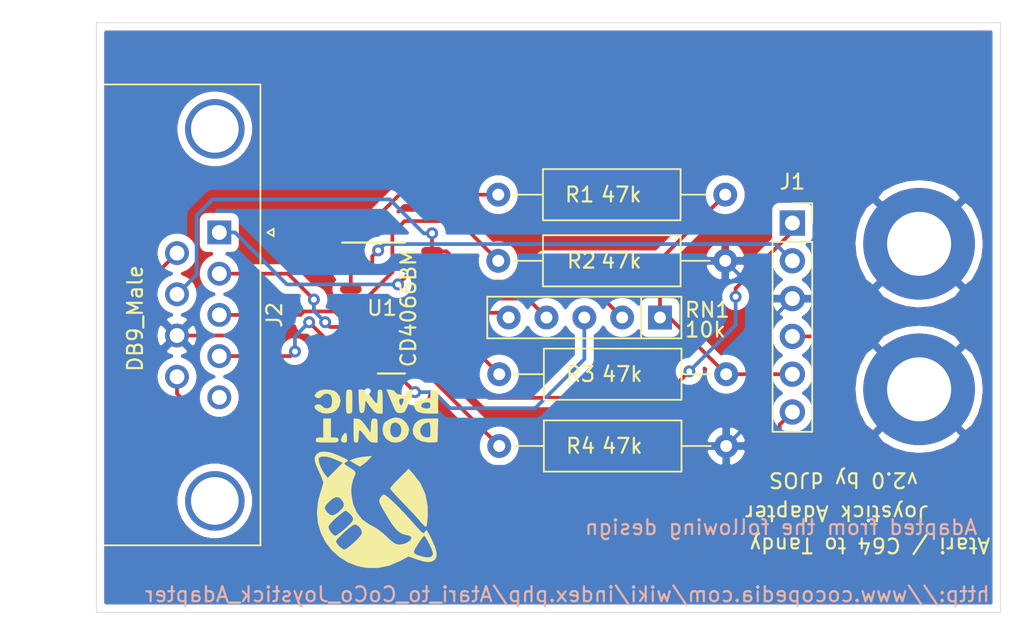
<source format=kicad_pcb>
(kicad_pcb (version 20171130) (host pcbnew "(5.1.5-0-10_14)")

  (general
    (thickness 1.6)
    (drawings 10)
    (tracks 159)
    (zones 0)
    (modules 11)
    (nets 15)
  )

  (page A4)
  (layers
    (0 F.Cu signal)
    (31 B.Cu signal)
    (32 B.Adhes user)
    (33 F.Adhes user)
    (34 B.Paste user)
    (35 F.Paste user)
    (36 B.SilkS user)
    (37 F.SilkS user)
    (38 B.Mask user)
    (39 F.Mask user)
    (40 Dwgs.User user)
    (41 Cmts.User user)
    (42 Eco1.User user)
    (43 Eco2.User user)
    (44 Edge.Cuts user)
    (45 Margin user)
    (46 B.CrtYd user)
    (47 F.CrtYd user)
    (48 B.Fab user)
    (49 F.Fab user)
  )

  (setup
    (last_trace_width 0.25)
    (trace_clearance 0.2)
    (zone_clearance 0.508)
    (zone_45_only no)
    (trace_min 0.2)
    (via_size 0.8)
    (via_drill 0.4)
    (via_min_size 0.4)
    (via_min_drill 0.3)
    (uvia_size 0.3)
    (uvia_drill 0.1)
    (uvias_allowed no)
    (uvia_min_size 0.2)
    (uvia_min_drill 0.1)
    (edge_width 0.05)
    (segment_width 0.2)
    (pcb_text_width 0.3)
    (pcb_text_size 1.5 1.5)
    (mod_edge_width 0.12)
    (mod_text_size 1 1)
    (mod_text_width 0.15)
    (pad_size 1.524 1.524)
    (pad_drill 0.762)
    (pad_to_mask_clearance 0.051)
    (solder_mask_min_width 0.25)
    (aux_axis_origin 0 0)
    (visible_elements FFFFFF7F)
    (pcbplotparams
      (layerselection 0x010fc_ffffffff)
      (usegerberextensions false)
      (usegerberattributes false)
      (usegerberadvancedattributes false)
      (creategerberjobfile false)
      (excludeedgelayer true)
      (linewidth 0.100000)
      (plotframeref false)
      (viasonmask false)
      (mode 1)
      (useauxorigin false)
      (hpglpennumber 1)
      (hpglpenspeed 20)
      (hpglpendiameter 15.000000)
      (psnegative false)
      (psa4output false)
      (plotreference true)
      (plotvalue true)
      (plotinvisibletext false)
      (padsonsilk false)
      (subtractmaskfromsilk false)
      (outputformat 1)
      (mirror false)
      (drillshape 0)
      (scaleselection 1)
      (outputdirectory "Gerbers/"))
  )

  (net 0 "")
  (net 1 "Net-(J1-Pad6)")
  (net 2 "Net-(J1-Pad5)")
  (net 3 "Net-(J1-Pad4)")
  (net 4 /GND)
  (net 5 "Net-(J1-Pad2)")
  (net 6 "Net-(J1-Pad1)")
  (net 7 "Net-(J2-Pad4)")
  (net 8 "Net-(J2-Pad3)")
  (net 9 "Net-(J2-Pad2)")
  (net 10 "Net-(R1-Pad1)")
  (net 11 "Net-(R2-Pad1)")
  (net 12 "Net-(R3-Pad1)")
  (net 13 "Net-(R4-Pad1)")
  (net 14 "Net-(J2-Pad1)")

  (net_class Default "This is the default net class."
    (clearance 0.2)
    (trace_width 0.25)
    (via_dia 0.8)
    (via_drill 0.4)
    (uvia_dia 0.3)
    (uvia_drill 0.1)
    (add_net /GND)
    (add_net "Net-(J1-Pad1)")
    (add_net "Net-(J1-Pad2)")
    (add_net "Net-(J1-Pad4)")
    (add_net "Net-(J1-Pad5)")
    (add_net "Net-(J1-Pad6)")
    (add_net "Net-(J2-Pad1)")
    (add_net "Net-(J2-Pad2)")
    (add_net "Net-(J2-Pad3)")
    (add_net "Net-(J2-Pad4)")
    (add_net "Net-(J2-Pad5)")
    (add_net "Net-(R1-Pad1)")
    (add_net "Net-(R2-Pad1)")
    (add_net "Net-(R3-Pad1)")
    (add_net "Net-(R4-Pad1)")
  )

  (module Symbol:HHGTTG_Logo (layer F.Cu) (tedit 0) (tstamp 5F8D13F1)
    (at 70.993 64.5795 180)
    (fp_text reference G*** (at 0 0) (layer F.SilkS) hide
      (effects (font (size 1.524 1.524) (thickness 0.3)))
    )
    (fp_text value LOGO (at 0.75 0) (layer F.SilkS) hide
      (effects (font (size 1.524 1.524) (thickness 0.3)))
    )
    (fp_poly (pts (xy -3.271952 -3.168088) (xy -3.124241 -3.037162) (xy -2.982911 -2.877247) (xy -2.809477 -2.676036)
      (xy -2.548688 -2.38914) (xy -2.232495 -2.051042) (xy -1.892846 -1.696225) (xy -1.803214 -1.60403)
      (xy -1.495859 -1.283705) (xy -1.236 -1.002774) (xy -1.044575 -0.784673) (xy -0.942526 -0.652838)
      (xy -0.931333 -0.628244) (xy -0.988028 -0.537713) (xy -1.141054 -0.358472) (xy -1.364825 -0.119324)
      (xy -1.551539 0.069971) (xy -2.171744 0.686037) (xy -2.519191 0.309102) (xy -2.979711 -0.309674)
      (xy -3.287031 -1.000578) (xy -3.441143 -1.763589) (xy -3.454149 -2.425305) (xy -3.429984 -2.756902)
      (xy -3.398103 -3.02153) (xy -3.364254 -3.175113) (xy -3.353934 -3.193622) (xy -3.271952 -3.168088)) (layer F.SilkS) (width 0.01))
    (fp_poly (pts (xy 1.439468 1.039106) (xy 1.779747 1.242024) (xy 1.54604 1.349662) (xy 1.331766 1.416765)
      (xy 1.027644 1.475508) (xy 0.804334 1.502834) (xy 0.296334 1.548366) (xy 0.465667 1.357712)
      (xy 0.663078 1.165945) (xy 0.867095 1.001623) (xy 1.09919 0.836188) (xy 1.439468 1.039106)) (layer F.SilkS) (width 0.01))
    (fp_poly (pts (xy 1.269799 -5.844484) (xy 1.903409 -5.595212) (xy 2.478638 -5.237678) (xy 2.981288 -4.784003)
      (xy 3.397157 -4.246306) (xy 3.712045 -3.636707) (xy 3.91175 -2.967327) (xy 3.982074 -2.250285)
      (xy 3.908815 -1.497702) (xy 3.767667 -0.965645) (xy 3.666851 -0.650942) (xy 3.592102 -0.390219)
      (xy 3.557049 -0.231687) (xy 3.556 -0.216783) (xy 3.590872 -0.088502) (xy 3.683392 0.146102)
      (xy 3.815416 0.441926) (xy 3.852334 0.519879) (xy 4.032219 0.925133) (xy 4.122951 1.220696)
      (xy 4.128 1.438635) (xy 4.050837 1.611016) (xy 3.979334 1.693334) (xy 3.790937 1.812068)
      (xy 3.525524 1.846936) (xy 3.146082 1.802608) (xy 3.132952 1.800178) (xy 2.949832 1.745518)
      (xy 2.674262 1.640407) (xy 2.370952 1.509843) (xy 2.089283 1.378579) (xy 1.941481 1.294556)
      (xy 1.906632 1.236344) (xy 1.96382 1.182511) (xy 2.02033 1.150574) (xy 2.112301 1.094244)
      (xy 2.255323 1.094244) (xy 2.715162 1.308295) (xy 3.077128 1.444869) (xy 3.409524 1.513339)
      (xy 3.675936 1.510996) (xy 3.839946 1.435134) (xy 3.865274 1.393808) (xy 3.865761 1.217006)
      (xy 3.792355 0.954517) (xy 3.666028 0.660918) (xy 3.507752 0.390788) (xy 3.450346 0.313938)
      (xy 3.259667 0.077543) (xy 2.757495 0.585894) (xy 2.255323 1.094244) (xy 2.112301 1.094244)
      (xy 2.123896 1.087143) (xy 2.142334 1.029306) (xy 2.057315 0.94814) (xy 1.850511 0.814726)
      (xy 1.779926 0.77123) (xy 1.528614 0.602295) (xy 1.408084 0.477739) (xy 1.394935 0.371928)
      (xy 1.400833 0.355958) (xy 1.56473 -0.067124) (xy 1.653958 -0.413335) (xy 1.681904 -0.750444)
      (xy 1.67217 -1.017364) (xy 1.556927 -1.681574) (xy 1.506512 -1.799149) (xy 2.17736 -1.799149)
      (xy 2.189161 -1.61224) (xy 2.287591 -1.437099) (xy 2.480893 -1.243789) (xy 2.690272 -1.202409)
      (xy 2.934219 -1.314282) (xy 3.150264 -1.498849) (xy 3.361158 -1.721288) (xy 3.450763 -1.884017)
      (xy 3.428577 -2.034884) (xy 3.304098 -2.221734) (xy 3.295855 -2.232248) (xy 3.097987 -2.410103)
      (xy 2.887055 -2.435183) (xy 2.637045 -2.307567) (xy 2.544588 -2.234534) (xy 2.292017 -1.994732)
      (xy 2.17736 -1.799149) (xy 1.506512 -1.799149) (xy 1.313687 -2.248839) (xy 1.000199 -2.644155)
      (xy 1.550054 -2.644155) (xy 1.634076 -2.485558) (xy 1.737647 -2.3686) (xy 1.909653 -2.210201)
      (xy 2.043755 -2.122964) (xy 2.069007 -2.117047) (xy 2.169847 -2.170303) (xy 2.359572 -2.311737)
      (xy 2.60288 -2.514412) (xy 2.688167 -2.589477) (xy 2.932339 -2.824458) (xy 3.1169 -3.034754)
      (xy 3.211212 -3.184286) (xy 3.217334 -3.212678) (xy 3.163933 -3.391258) (xy 3.035355 -3.590731)
      (xy 2.879037 -3.750409) (xy 2.750449 -3.81) (xy 2.626885 -3.754645) (xy 2.424258 -3.610897)
      (xy 2.181073 -3.412229) (xy 1.935834 -3.192114) (xy 1.727046 -2.984025) (xy 1.593214 -2.821435)
      (xy 1.57364 -2.786971) (xy 1.550054 -2.644155) (xy 1.000199 -2.644155) (xy 0.949445 -2.708156)
      (xy 0.471193 -3.048521) (xy 0.341603 -3.11068) (xy -0.009043 -3.309094) (xy -0.40329 -3.603758)
      (xy -0.463091 -3.657146) (xy 0.968649 -3.657146) (xy 0.985123 -3.454869) (xy 1.108715 -3.245689)
      (xy 1.291643 -3.091113) (xy 1.441847 -3.048) (xy 1.564873 -3.102527) (xy 1.772868 -3.248302)
      (xy 2.029312 -3.458617) (xy 2.146755 -3.563501) (xy 2.39656 -3.802782) (xy 2.589411 -4.007269)
      (xy 2.696646 -4.145642) (xy 2.709334 -4.178199) (xy 2.648294 -4.320041) (xy 2.502076 -4.498247)
      (xy 2.326027 -4.65661) (xy 2.175499 -4.738927) (xy 2.154774 -4.741333) (xy 2.019241 -4.683588)
      (xy 1.809627 -4.53344) (xy 1.563818 -4.325517) (xy 1.319698 -4.094449) (xy 1.115154 -3.874865)
      (xy 0.988069 -3.701395) (xy 0.968649 -3.657146) (xy -0.463091 -3.657146) (xy -0.690268 -3.859958)
      (xy -0.969522 -4.12134) (xy -1.170727 -4.282957) (xy -1.332274 -4.367992) (xy -1.492551 -4.399625)
      (xy -1.589016 -4.402666) (xy -1.869254 -4.356957) (xy -2.126303 -4.240025) (xy -2.309862 -4.08217)
      (xy -2.370666 -3.931855) (xy -2.290638 -3.835544) (xy -2.068305 -3.764309) (xy -2.024143 -3.75659)
      (xy -1.772846 -3.691772) (xy -1.54809 -3.569759) (xy -1.328161 -3.368819) (xy -1.091345 -3.067219)
      (xy -0.815929 -2.643228) (xy -0.671034 -2.402357) (xy -0.449387 -2.024014) (xy -0.304709 -1.760543)
      (xy -0.226002 -1.582127) (xy -0.202268 -1.458947) (xy -0.222508 -1.361187) (xy -0.259659 -1.28709)
      (xy -0.382106 -1.118667) (xy -0.486819 -1.036904) (xy -0.601575 -1.078437) (xy -0.809839 -1.234725)
      (xy -1.09611 -1.490945) (xy -1.444887 -1.832273) (xy -1.840669 -2.243884) (xy -2.267956 -2.710954)
      (xy -2.438087 -2.903003) (xy -2.73497 -3.239054) (xy -2.941252 -3.462669) (xy -3.07724 -3.589371)
      (xy -3.163238 -3.634683) (xy -3.219553 -3.61413) (xy -3.266489 -3.543234) (xy -3.269125 -3.538327)
      (xy -3.321767 -3.457908) (xy -3.374831 -3.448301) (xy -3.445998 -3.530035) (xy -3.552949 -3.723641)
      (xy -3.713367 -4.049647) (xy -3.7183 -4.059846) (xy -3.931532 -4.546925) (xy -4.040435 -4.919306)
      (xy -4.042484 -5.005877) (xy -3.81 -5.005877) (xy -3.774895 -4.85684) (xy -3.684733 -4.62662)
      (xy -3.562245 -4.361161) (xy -3.430162 -4.106404) (xy -3.311214 -3.90829) (xy -3.228132 -3.812762)
      (xy -3.218315 -3.81) (xy -3.143 -3.876672) (xy -3.006574 -4.053441) (xy -2.835435 -4.305439)
      (xy -2.793302 -4.371381) (xy -2.608542 -4.673056) (xy -2.526523 -4.868486) (xy -2.559939 -4.994834)
      (xy -2.721487 -5.089264) (xy -3.023861 -5.188938) (xy -3.07823 -5.205449) (xy -3.428939 -5.272995)
      (xy -3.673024 -5.23558) (xy -3.796987 -5.096886) (xy -3.81 -5.005877) (xy -4.042484 -5.005877)
      (xy -4.04694 -5.194131) (xy -3.952982 -5.388541) (xy -3.875828 -5.456199) (xy -3.677099 -5.553442)
      (xy -3.439225 -5.575662) (xy -3.125469 -5.520786) (xy -2.709333 -5.39034) (xy -2.159 -5.197171)
      (xy -1.564424 -5.516553) (xy -0.839302 -5.821529) (xy -0.115757 -5.969762) (xy 0.592011 -5.973374)
      (xy 1.269799 -5.844484)) (layer F.SilkS) (width 0.01))
    (fp_poly (pts (xy 2.328046 2.509825) (xy 2.368368 2.659566) (xy 2.278626 2.883954) (xy 2.238866 2.944495)
      (xy 2.108743 3.098136) (xy 2.027724 3.101025) (xy 1.983463 2.946222) (xy 1.970441 2.793561)
      (xy 1.968529 2.576303) (xy 2.014022 2.479512) (xy 2.133734 2.455582) (xy 2.160941 2.455334)
      (xy 2.328046 2.509825)) (layer F.SilkS) (width 0.01))
    (fp_poly (pts (xy 3.664035 2.458163) (xy 3.888998 2.471426) (xy 4.009116 2.502285) (xy 4.056621 2.557901)
      (xy 4.064 2.624667) (xy 4.024084 2.748614) (xy 3.875567 2.792253) (xy 3.81 2.794)
      (xy 3.556 2.794) (xy 3.556 4.064) (xy 3.048 4.064) (xy 3.048 2.794)
      (xy 2.794 2.794) (xy 2.60808 2.76739) (xy 2.542621 2.668378) (xy 2.54 2.624667)
      (xy 2.552733 2.544215) (xy 2.612416 2.494223) (xy 2.75128 2.46753) (xy 3.001553 2.456973)
      (xy 3.302 2.455334) (xy 3.664035 2.458163)) (layer F.SilkS) (width 0.01))
    (fp_poly (pts (xy 0.335445 2.483283) (xy 0.491186 2.587989) (xy 0.676918 2.800734) (xy 0.736098 2.878667)
      (xy 0.911064 3.099801) (xy 1.051147 3.252995) (xy 1.118739 3.302) (xy 1.156734 3.225826)
      (xy 1.180845 3.031069) (xy 1.185334 2.878667) (xy 1.194249 2.62475) (xy 1.23209 2.498112)
      (xy 1.3155 2.457145) (xy 1.354667 2.455334) (xy 1.433369 2.467479) (xy 1.483041 2.524857)
      (xy 1.510294 2.658877) (xy 1.521742 2.900951) (xy 1.524 3.259667) (xy 1.524 4.064)
      (xy 1.291167 4.062174) (xy 1.137812 4.030323) (xy 0.985593 3.918011) (xy 0.799609 3.696206)
      (xy 0.719667 3.586758) (xy 0.381 3.113168) (xy 0.355608 3.588584) (xy 0.335074 3.859261)
      (xy 0.297368 4.001461) (xy 0.222493 4.056018) (xy 0.122775 4.064) (xy 0.026671 4.057944)
      (xy -0.033941 4.018631) (xy -0.067239 3.914346) (xy -0.081405 3.713375) (xy -0.084616 3.384003)
      (xy -0.084666 3.259667) (xy -0.084666 2.455334) (xy 0.167692 2.455334) (xy 0.335445 2.483283)) (layer F.SilkS) (width 0.01))
    (fp_poly (pts (xy -3.067817 2.540207) (xy -2.758295 2.674471) (xy -2.656369 2.7546) (xy -2.480053 3.037983)
      (xy -2.448155 3.357297) (xy -2.558055 3.664493) (xy -2.715829 3.844807) (xy -2.881902 3.964824)
      (xy -3.057991 4.031391) (xy -3.30176 4.059379) (xy -3.565673 4.064) (xy -4.155021 4.064)
      (xy -4.131335 3.302) (xy -3.640666 3.302) (xy -3.633957 3.586877) (xy -3.605824 3.740817)
      (xy -3.544259 3.801958) (xy -3.480713 3.81) (xy -3.297881 3.758553) (xy -3.131463 3.656717)
      (xy -2.969803 3.440962) (xy -2.937975 3.20004) (xy -3.021415 2.981266) (xy -3.205559 2.831953)
      (xy -3.397033 2.794) (xy -3.5319 2.801467) (xy -3.604694 2.850472) (xy -3.634556 2.980922)
      (xy -3.640624 3.232721) (xy -3.640666 3.302) (xy -4.131335 3.302) (xy -4.130677 3.280834)
      (xy -4.106333 2.497667) (xy -3.857312 2.469314) (xy -3.454058 2.467094) (xy -3.067817 2.540207)) (layer F.SilkS) (width 0.01))
    (fp_poly (pts (xy -1.001215 2.495028) (xy -0.697115 2.677546) (xy -0.67082 2.702821) (xy -0.48048 2.998243)
      (xy -0.417574 3.34168) (xy -0.488456 3.674714) (xy -0.552829 3.787871) (xy -0.696475 3.909184)
      (xy -0.923303 4.028834) (xy -1.162118 4.11585) (xy -1.341727 4.139263) (xy -1.354666 4.136665)
      (xy -1.462556 4.113504) (xy -1.58461 4.089293) (xy -1.7964 3.980107) (xy -2.003438 3.77055)
      (xy -2.1547 3.523141) (xy -2.201333 3.333633) (xy -2.201143 3.33272) (xy -1.693333 3.33272)
      (xy -1.631864 3.573233) (xy -1.478178 3.739938) (xy -1.278358 3.806619) (xy -1.078488 3.747063)
      (xy -1.032933 3.7084) (xy -0.964492 3.559932) (xy -0.931798 3.331647) (xy -0.931333 3.302)
      (xy -0.977671 3.002564) (xy -1.12165 2.836859) (xy -1.326288 2.794) (xy -1.524849 2.869903)
      (xy -1.654334 3.075654) (xy -1.693333 3.33272) (xy -2.201143 3.33272) (xy -2.128445 2.9837)
      (xy -1.934663 2.709489) (xy -1.657314 2.526384) (xy -1.333723 2.449769) (xy -1.001215 2.495028)) (layer F.SilkS) (width 0.01))
    (fp_poly (pts (xy 3.647185 4.447873) (xy 3.899335 4.562676) (xy 4.083673 4.715851) (xy 4.148667 4.864608)
      (xy 4.081294 4.975149) (xy 3.926039 5.020475) (xy 3.753198 4.995813) (xy 3.63469 4.899499)
      (xy 3.484273 4.773595) (xy 3.272033 4.747969) (xy 3.078098 4.830574) (xy 3.064934 4.842934)
      (xy 2.996492 4.991401) (xy 2.963799 5.219687) (xy 2.963334 5.249334) (xy 2.990009 5.481333)
      (xy 3.055206 5.64461) (xy 3.064934 5.655734) (xy 3.26413 5.750738) (xy 3.487862 5.71693)
      (xy 3.655241 5.576762) (xy 3.796746 5.446881) (xy 3.961902 5.455467) (xy 4.11763 5.539809)
      (xy 4.123157 5.661097) (xy 3.979498 5.841836) (xy 3.979334 5.842) (xy 3.754267 5.965414)
      (xy 3.439651 6.017896) (xy 3.099675 5.999498) (xy 2.798529 5.910271) (xy 2.684919 5.840968)
      (xy 2.46961 5.574378) (xy 2.403564 5.247646) (xy 2.492711 4.890795) (xy 2.495891 4.884033)
      (xy 2.702902 4.603002) (xy 3.007514 4.446113) (xy 3.379233 4.402667) (xy 3.647185 4.447873)) (layer F.SilkS) (width 0.01))
    (fp_poly (pts (xy 1.918391 4.408252) (xy 1.980234 4.446155) (xy 2.01421 4.548092) (xy 2.028665 4.745784)
      (xy 2.031947 5.070947) (xy 2.032 5.207) (xy 2.03053 5.579619) (xy 2.020556 5.814623)
      (xy 1.99373 5.94373) (xy 1.941706 5.99866) (xy 1.856137 6.01113) (xy 1.820334 6.011334)
      (xy 1.722276 6.005748) (xy 1.660433 5.967846) (xy 1.626457 5.865908) (xy 1.612002 5.668217)
      (xy 1.60872 5.343054) (xy 1.608667 5.207) (xy 1.610137 4.834381) (xy 1.620111 4.599377)
      (xy 1.646937 4.47027) (xy 1.698961 4.41534) (xy 1.78453 4.40287) (xy 1.820334 4.402667)
      (xy 1.918391 4.408252)) (layer F.SilkS) (width 0.01))
    (fp_poly (pts (xy -0.015061 4.430414) (xy 0.136884 4.534074) (xy 0.318756 4.744276) (xy 0.394956 4.846184)
      (xy 0.719667 5.289702) (xy 0.762 4.867351) (xy 0.798897 4.610996) (xy 0.855991 4.483789)
      (xy 0.953422 4.445548) (xy 0.973667 4.445) (xy 1.053751 4.45864) (xy 1.105584 4.520695)
      (xy 1.137005 4.662864) (xy 1.155853 4.916849) (xy 1.167344 5.228167) (xy 1.191688 6.011334)
      (xy 0.949315 6.011334) (xy 0.793491 5.98403) (xy 0.645653 5.882036) (xy 0.468475 5.675223)
      (xy 0.374638 5.547493) (xy 0.198219 5.313184) (xy 0.055889 5.145814) (xy -0.021166 5.081826)
      (xy -0.055934 5.157341) (xy -0.078998 5.354063) (xy -0.084666 5.545667) (xy -0.092016 5.814775)
      (xy -0.123794 5.954965) (xy -0.194593 6.006367) (xy -0.254 6.011334) (xy -0.332702 5.999188)
      (xy -0.382374 5.94181) (xy -0.409627 5.80779) (xy -0.421075 5.565716) (xy -0.423333 5.207)
      (xy -0.423333 4.402667) (xy -0.176544 4.402667) (xy -0.015061 4.430414)) (layer F.SilkS) (width 0.01))
    (fp_poly (pts (xy -1.477761 4.451113) (xy -1.379513 4.488623) (xy -1.293292 4.586291) (xy -1.196945 4.772876)
      (xy -1.068322 5.077136) (xy -1.006951 5.228167) (xy -0.689556 6.011334) (xy -0.934466 6.011334)
      (xy -1.17275 5.948493) (xy -1.27 5.842) (xy -1.3944 5.719216) (xy -1.619926 5.674105)
      (xy -1.690607 5.672667) (xy -1.925555 5.6949) (xy -2.044296 5.776008) (xy -2.074333 5.842)
      (xy -2.198663 5.984297) (xy -2.334039 6.011334) (xy -2.488283 5.989131) (xy -2.534585 5.947834)
      (xy -2.500095 5.847026) (xy -2.412137 5.629646) (xy -2.286343 5.333714) (xy -2.27556 5.308995)
      (xy -1.843958 5.308995) (xy -1.842506 5.396436) (xy -1.756852 5.418081) (xy -1.693333 5.418667)
      (xy -1.551218 5.359097) (xy -1.525296 5.2705) (xy -1.570931 5.066772) (xy -1.605102 4.998202)
      (xy -1.671767 4.940292) (xy -1.736558 5.021087) (xy -1.773139 5.109547) (xy -1.843958 5.308995)
      (xy -2.27556 5.308995) (xy -2.2126 5.164667) (xy -2.061334 4.827431) (xy -1.951912 4.616374)
      (xy -1.859619 4.501972) (xy -1.759742 4.454701) (xy -1.627566 4.445035) (xy -1.610189 4.445)
      (xy -1.477761 4.451113)) (layer F.SilkS) (width 0.01))
    (fp_poly (pts (xy -3.577166 4.403915) (xy -3.126761 4.42867) (xy -2.820099 4.506806) (xy -2.637435 4.647596)
      (xy -2.559026 4.860313) (xy -2.556409 4.883297) (xy -2.601012 5.144397) (xy -2.787713 5.322186)
      (xy -3.107672 5.410112) (xy -3.278505 5.418667) (xy -3.505033 5.426035) (xy -3.609492 5.473917)
      (xy -3.639133 5.600976) (xy -3.640666 5.715) (xy -3.654826 5.914095) (xy -3.726646 5.995756)
      (xy -3.894666 6.011334) (xy -4.148666 6.011334) (xy -4.148666 4.953) (xy -3.640666 4.953)
      (xy -3.610622 5.107998) (xy -3.486353 5.161463) (xy -3.4036 5.164667) (xy -3.194859 5.132771)
      (xy -3.071549 5.069683) (xy -3.003086 4.924828) (xy -3.07981 4.807226) (xy -3.277579 4.745004)
      (xy -3.353392 4.741334) (xy -3.54985 4.758351) (xy -3.628612 4.834082) (xy -3.640666 4.953)
      (xy -4.148666 4.953) (xy -4.148666 4.402667) (xy -3.577166 4.403915)) (layer F.SilkS) (width 0.01))
  )

  (module Resistor_THT:R_Array_SIP5 (layer F.Cu) (tedit 5A14249F) (tstamp 5F8CFE96)
    (at 90.043 53.721 180)
    (descr "5-pin Resistor SIP pack")
    (tags R)
    (path /5F8E2DB5)
    (fp_text reference RN1 (at -3.175 0.508) (layer F.SilkS)
      (effects (font (size 1 1) (thickness 0.15)))
    )
    (fp_text value 10k (at -3.048 -0.8255) (layer F.SilkS)
      (effects (font (size 1 1) (thickness 0.15)))
    )
    (fp_line (start 11.9 -1.65) (end -1.7 -1.65) (layer F.CrtYd) (width 0.05))
    (fp_line (start 11.9 1.65) (end 11.9 -1.65) (layer F.CrtYd) (width 0.05))
    (fp_line (start -1.7 1.65) (end 11.9 1.65) (layer F.CrtYd) (width 0.05))
    (fp_line (start -1.7 -1.65) (end -1.7 1.65) (layer F.CrtYd) (width 0.05))
    (fp_line (start 1.27 -1.4) (end 1.27 1.4) (layer F.SilkS) (width 0.12))
    (fp_line (start 11.6 -1.4) (end -1.44 -1.4) (layer F.SilkS) (width 0.12))
    (fp_line (start 11.6 1.4) (end 11.6 -1.4) (layer F.SilkS) (width 0.12))
    (fp_line (start -1.44 1.4) (end 11.6 1.4) (layer F.SilkS) (width 0.12))
    (fp_line (start -1.44 -1.4) (end -1.44 1.4) (layer F.SilkS) (width 0.12))
    (fp_line (start 1.27 -1.25) (end 1.27 1.25) (layer F.Fab) (width 0.1))
    (fp_line (start 11.45 -1.25) (end -1.29 -1.25) (layer F.Fab) (width 0.1))
    (fp_line (start 11.45 1.25) (end 11.45 -1.25) (layer F.Fab) (width 0.1))
    (fp_line (start -1.29 1.25) (end 11.45 1.25) (layer F.Fab) (width 0.1))
    (fp_line (start -1.29 -1.25) (end -1.29 1.25) (layer F.Fab) (width 0.1))
    (fp_text user %R (at -4.0005 -0.127) (layer F.Fab) hide
      (effects (font (size 1 1) (thickness 0.15)))
    )
    (pad 5 thru_hole oval (at 10.16 0 180) (size 1.6 1.6) (drill 0.8) (layers *.Cu *.Mask)
      (net 9 "Net-(J2-Pad2)"))
    (pad 4 thru_hole oval (at 7.62 0 180) (size 1.6 1.6) (drill 0.8) (layers *.Cu *.Mask)
      (net 8 "Net-(J2-Pad3)"))
    (pad 3 thru_hole oval (at 5.08 0 180) (size 1.6 1.6) (drill 0.8) (layers *.Cu *.Mask)
      (net 7 "Net-(J2-Pad4)"))
    (pad 2 thru_hole oval (at 2.54 0 180) (size 1.6 1.6) (drill 0.8) (layers *.Cu *.Mask)
      (net 14 "Net-(J2-Pad1)"))
    (pad 1 thru_hole rect (at 0 0 180) (size 1.6 1.6) (drill 0.8) (layers *.Cu *.Mask)
      (net 2 "Net-(J1-Pad5)"))
    (model ${KISYS3DMOD}/Resistor_THT.3dshapes/R_Array_SIP5.wrl
      (at (xyz 0 0 0))
      (scale (xyz 1 1 1))
      (rotate (xyz 0 0 0))
    )
  )

  (module CD4066_F:CD4066BM (layer F.Cu) (tedit 0) (tstamp 5F6626AC)
    (at 72.009 53.086)
    (path /5F664647)
    (fp_text reference U1 (at -0.635 0) (layer F.SilkS)
      (effects (font (size 1 1) (thickness 0.15)))
    )
    (fp_text value CD4066BM (at 1.143 0 90) (layer F.SilkS)
      (effects (font (size 1 1) (thickness 0.15)))
    )
    (fp_arc (start -1.824525 -4.197982) (end -1.824525 -4.325) (angle 89.572502) (layer F.Fab) (width 0.1524))
    (fp_arc (start 1.833065 4.184007) (end 1.833065 4.311) (angle 89.572502) (layer F.Fab) (width 0.1524))
    (fp_arc (start 1.833052 -4.197995) (end 1.833052 -4.325) (angle 89.572502) (layer F.Fab) (width 0.1524))
    (fp_arc (start -0.554543 -3.1312) (end -0.554543 3.7281) (angle 180) (layer F.Fab) (width 0.1524))
    (fp_arc (start -0.554543 -3.1312) (end -0.554543 -3.7281) (angle 180) (layer F.Fab) (width 0.1524))
    (fp_arc (start -1.824538 4.183995) (end -1.824538 4.311) (angle 89.572502) (layer F.Fab) (width 0.1524))
    (fp_line (start 1.960057 -3.63285) (end 2.199884 -3.63285) (layer F.Fab) (width 0.1524))
    (fp_line (start 2.580884 -4.00115) (end 2.793533 -4.00115) (layer F.Fab) (width 0.1524))
    (fp_line (start 2.793533 -3.63285) (end 3.026857 -3.63285) (layer F.Fab) (width 0.1524))
    (fp_line (start 1.960057 -4.00115) (end 2.199884 -4.00115) (layer F.Fab) (width 0.1524))
    (fp_line (start 2.199884 -3.63285) (end 2.580884 -3.63285) (layer F.Fab) (width 0.1524))
    (fp_line (start 2.199884 -4.00115) (end 2.580884 -4.00115) (layer F.Fab) (width 0.1524))
    (fp_line (start 2.580884 -3.63285) (end 2.793533 -3.63285) (layer F.Fab) (width 0.1524))
    (fp_line (start 2.793533 -4.00115) (end 3.026857 -4.00115) (layer F.Fab) (width 0.1524))
    (fp_line (start 3.026857 -3.63285) (end 3.026857 -4.00115) (layer F.Fab) (width 0.1524))
    (fp_line (start 2.580884 -3.63285) (end 2.580884 -4.00115) (layer F.Fab) (width 0.1524))
    (fp_line (start 1.960057 -3.63285) (end 1.960057 -4.00115) (layer F.Fab) (width 0.1524))
    (fp_line (start 1.960057 -2.36285) (end 2.199884 -2.36285) (layer F.Fab) (width 0.1524))
    (fp_line (start 2.580884 -2.73115) (end 2.793533 -2.73115) (layer F.Fab) (width 0.1524))
    (fp_line (start 2.793533 -2.36285) (end 3.026857 -2.36285) (layer F.Fab) (width 0.1524))
    (fp_line (start 1.960057 -2.73115) (end 2.199884 -2.73115) (layer F.Fab) (width 0.1524))
    (fp_line (start 2.199884 -2.36285) (end 2.580884 -2.36285) (layer F.Fab) (width 0.1524))
    (fp_line (start 2.199884 -2.73115) (end 2.580884 -2.73115) (layer F.Fab) (width 0.1524))
    (fp_line (start 2.580884 -2.36285) (end 2.793533 -2.36285) (layer F.Fab) (width 0.1524))
    (fp_line (start 2.793533 -2.73115) (end 3.026857 -2.73115) (layer F.Fab) (width 0.1524))
    (fp_line (start 3.026857 -2.36285) (end 3.026857 -2.73115) (layer F.Fab) (width 0.1524))
    (fp_line (start 2.580884 -2.36285) (end 2.580884 -2.73115) (layer F.Fab) (width 0.1524))
    (fp_line (start 1.960057 -2.36285) (end 1.960057 -2.73115) (layer F.Fab) (width 0.1524))
    (fp_line (start 1.960057 -1.09285) (end 2.199884 -1.09285) (layer F.Fab) (width 0.1524))
    (fp_line (start 2.580884 -1.46115) (end 2.793533 -1.46115) (layer F.Fab) (width 0.1524))
    (fp_line (start 2.793533 -1.09285) (end 3.026857 -1.09285) (layer F.Fab) (width 0.1524))
    (fp_line (start 1.960057 -1.46115) (end 2.199884 -1.46115) (layer F.Fab) (width 0.1524))
    (fp_line (start 2.199884 -1.09285) (end 2.580884 -1.09285) (layer F.Fab) (width 0.1524))
    (fp_line (start 2.199884 -1.46115) (end 2.580884 -1.46115) (layer F.Fab) (width 0.1524))
    (fp_line (start 2.580884 -1.09285) (end 2.793533 -1.09285) (layer F.Fab) (width 0.1524))
    (fp_line (start 2.793533 -1.46115) (end 3.026857 -1.46115) (layer F.Fab) (width 0.1524))
    (fp_line (start 3.026857 -1.09285) (end 3.026857 -1.46115) (layer F.Fab) (width 0.1524))
    (fp_line (start 2.580884 -1.09285) (end 2.580884 -1.46115) (layer F.Fab) (width 0.1524))
    (fp_line (start 1.960057 -1.09285) (end 1.960057 -1.46115) (layer F.Fab) (width 0.1524))
    (fp_line (start 1.960057 0.17715) (end 2.199884 0.17715) (layer F.Fab) (width 0.1524))
    (fp_line (start 2.580884 -0.19115) (end 2.793533 -0.19115) (layer F.Fab) (width 0.1524))
    (fp_line (start 2.793533 0.17715) (end 3.026857 0.17715) (layer F.Fab) (width 0.1524))
    (fp_line (start 1.960057 -0.19115) (end 2.199884 -0.19115) (layer F.Fab) (width 0.1524))
    (fp_line (start 2.199884 0.17715) (end 2.580884 0.17715) (layer F.Fab) (width 0.1524))
    (fp_line (start 2.199884 -0.19115) (end 2.580884 -0.19115) (layer F.Fab) (width 0.1524))
    (fp_line (start 2.580884 0.17715) (end 2.793533 0.17715) (layer F.Fab) (width 0.1524))
    (fp_line (start 2.793533 -0.19115) (end 3.026857 -0.19115) (layer F.Fab) (width 0.1524))
    (fp_line (start 3.026857 0.17715) (end 3.026857 -0.19115) (layer F.Fab) (width 0.1524))
    (fp_line (start 2.580884 0.17715) (end 2.580884 -0.19115) (layer F.Fab) (width 0.1524))
    (fp_line (start 1.960057 0.17715) (end 1.960057 -0.19115) (layer F.Fab) (width 0.1524))
    (fp_line (start 1.960057 1.44715) (end 2.199884 1.44715) (layer F.Fab) (width 0.1524))
    (fp_line (start 2.580884 1.07885) (end 2.793533 1.07885) (layer F.Fab) (width 0.1524))
    (fp_line (start 2.793533 1.44715) (end 3.026857 1.44715) (layer F.Fab) (width 0.1524))
    (fp_line (start 1.960057 1.07885) (end 2.199884 1.07885) (layer F.Fab) (width 0.1524))
    (fp_line (start 2.199884 1.44715) (end 2.580884 1.44715) (layer F.Fab) (width 0.1524))
    (fp_line (start 2.199884 1.07885) (end 2.580884 1.07885) (layer F.Fab) (width 0.1524))
    (fp_line (start 2.580884 1.44715) (end 2.793533 1.44715) (layer F.Fab) (width 0.1524))
    (fp_line (start 2.793533 1.07885) (end 3.026857 1.07885) (layer F.Fab) (width 0.1524))
    (fp_line (start 3.026857 1.44715) (end 3.026857 1.07885) (layer F.Fab) (width 0.1524))
    (fp_line (start 2.580884 1.44715) (end 2.580884 1.07885) (layer F.Fab) (width 0.1524))
    (fp_line (start 1.960057 1.44715) (end 1.960057 1.07885) (layer F.Fab) (width 0.1524))
    (fp_line (start 1.960057 2.71715) (end 2.199884 2.71715) (layer F.Fab) (width 0.1524))
    (fp_line (start 2.580884 2.34885) (end 2.793533 2.34885) (layer F.Fab) (width 0.1524))
    (fp_line (start 2.793533 2.71715) (end 3.026857 2.71715) (layer F.Fab) (width 0.1524))
    (fp_line (start 1.960057 2.34885) (end 2.199884 2.34885) (layer F.Fab) (width 0.1524))
    (fp_line (start 2.199884 2.71715) (end 2.580884 2.71715) (layer F.Fab) (width 0.1524))
    (fp_line (start 2.199884 2.34885) (end 2.580884 2.34885) (layer F.Fab) (width 0.1524))
    (fp_line (start 2.580884 2.71715) (end 2.793533 2.71715) (layer F.Fab) (width 0.1524))
    (fp_line (start 2.793533 2.34885) (end 3.026857 2.34885) (layer F.Fab) (width 0.1524))
    (fp_line (start 3.026857 2.71715) (end 3.026857 2.34885) (layer F.Fab) (width 0.1524))
    (fp_line (start 2.580884 2.71715) (end 2.580884 2.34885) (layer F.Fab) (width 0.1524))
    (fp_line (start 1.960057 2.71715) (end 1.960057 2.34885) (layer F.Fab) (width 0.1524))
    (fp_line (start 1.960057 3.98715) (end 2.199884 3.98715) (layer F.Fab) (width 0.1524))
    (fp_line (start 2.580884 3.61885) (end 2.793533 3.61885) (layer F.Fab) (width 0.1524))
    (fp_line (start 2.793533 3.98715) (end 3.026857 3.98715) (layer F.Fab) (width 0.1524))
    (fp_line (start 1.960057 3.61885) (end 2.199884 3.61885) (layer F.Fab) (width 0.1524))
    (fp_line (start 2.199884 3.98715) (end 2.580884 3.98715) (layer F.Fab) (width 0.1524))
    (fp_line (start 2.199884 3.61885) (end 2.580884 3.61885) (layer F.Fab) (width 0.1524))
    (fp_line (start 2.580884 3.98715) (end 2.793533 3.98715) (layer F.Fab) (width 0.1524))
    (fp_line (start 2.793533 3.61885) (end 3.026857 3.61885) (layer F.Fab) (width 0.1524))
    (fp_line (start 3.026857 3.98715) (end 3.026857 3.61885) (layer F.Fab) (width 0.1524))
    (fp_line (start 2.580884 3.98715) (end 2.580884 3.61885) (layer F.Fab) (width 0.1524))
    (fp_line (start 1.960057 3.98715) (end 1.960057 3.61885) (layer F.Fab) (width 0.1524))
    (fp_line (start -2.19137 -4.00115) (end -1.951543 -4.00115) (layer F.Fab) (width 0.1524))
    (fp_line (start -2.785019 -3.63285) (end -2.57237 -3.63285) (layer F.Fab) (width 0.1524))
    (fp_line (start -3.018343 -4.00115) (end -2.785019 -4.00115) (layer F.Fab) (width 0.1524))
    (fp_line (start -2.19137 -3.63285) (end -1.951543 -3.63285) (layer F.Fab) (width 0.1524))
    (fp_line (start -2.57237 -4.00115) (end -2.19137 -4.00115) (layer F.Fab) (width 0.1524))
    (fp_line (start -2.57237 -3.63285) (end -2.19137 -3.63285) (layer F.Fab) (width 0.1524))
    (fp_line (start -2.785019 -4.00115) (end -2.57237 -4.00115) (layer F.Fab) (width 0.1524))
    (fp_line (start -3.018343 -3.63285) (end -2.785019 -3.63285) (layer F.Fab) (width 0.1524))
    (fp_line (start -3.018343 -3.63285) (end -3.018343 -4.00115) (layer F.Fab) (width 0.1524))
    (fp_line (start -2.57237 -3.63285) (end -2.57237 -4.00115) (layer F.Fab) (width 0.1524))
    (fp_line (start -1.951543 -3.63285) (end -1.951543 -4.00115) (layer F.Fab) (width 0.1524))
    (fp_line (start -2.19137 -2.73115) (end -1.951543 -2.73115) (layer F.Fab) (width 0.1524))
    (fp_line (start -2.785019 -2.36285) (end -2.57237 -2.36285) (layer F.Fab) (width 0.1524))
    (fp_line (start -3.018343 -2.73115) (end -2.785019 -2.73115) (layer F.Fab) (width 0.1524))
    (fp_line (start -2.19137 -2.36285) (end -1.951543 -2.36285) (layer F.Fab) (width 0.1524))
    (fp_line (start -2.57237 -2.73115) (end -2.19137 -2.73115) (layer F.Fab) (width 0.1524))
    (fp_line (start -2.57237 -2.36285) (end -2.19137 -2.36285) (layer F.Fab) (width 0.1524))
    (fp_line (start -2.785019 -2.73115) (end -2.57237 -2.73115) (layer F.Fab) (width 0.1524))
    (fp_line (start -3.018343 -2.36285) (end -2.785019 -2.36285) (layer F.Fab) (width 0.1524))
    (fp_line (start -3.018343 -2.36285) (end -3.018343 -2.73115) (layer F.Fab) (width 0.1524))
    (fp_line (start -2.57237 -2.36285) (end -2.57237 -2.73115) (layer F.Fab) (width 0.1524))
    (fp_line (start -1.951543 -2.36285) (end -1.951543 -2.73115) (layer F.Fab) (width 0.1524))
    (fp_line (start -2.19137 -1.46115) (end -1.951543 -1.46115) (layer F.Fab) (width 0.1524))
    (fp_line (start -2.785019 -1.09285) (end -2.57237 -1.09285) (layer F.Fab) (width 0.1524))
    (fp_line (start -3.018343 -1.46115) (end -2.785019 -1.46115) (layer F.Fab) (width 0.1524))
    (fp_line (start -2.19137 -1.09285) (end -1.951543 -1.09285) (layer F.Fab) (width 0.1524))
    (fp_line (start -2.57237 -1.46115) (end -2.19137 -1.46115) (layer F.Fab) (width 0.1524))
    (fp_line (start -2.57237 -1.09285) (end -2.19137 -1.09285) (layer F.Fab) (width 0.1524))
    (fp_line (start -2.785019 -1.46115) (end -2.57237 -1.46115) (layer F.Fab) (width 0.1524))
    (fp_line (start -3.018343 -1.09285) (end -2.785019 -1.09285) (layer F.Fab) (width 0.1524))
    (fp_line (start -3.018343 -1.09285) (end -3.018343 -1.46115) (layer F.Fab) (width 0.1524))
    (fp_line (start -2.57237 -1.09285) (end -2.57237 -1.46115) (layer F.Fab) (width 0.1524))
    (fp_line (start -1.951543 -1.09285) (end -1.951543 -1.46115) (layer F.Fab) (width 0.1524))
    (fp_line (start -2.19137 -0.19115) (end -1.951543 -0.19115) (layer F.Fab) (width 0.1524))
    (fp_line (start -2.785019 0.17715) (end -2.57237 0.17715) (layer F.Fab) (width 0.1524))
    (fp_line (start -3.018343 -0.19115) (end -2.785019 -0.19115) (layer F.Fab) (width 0.1524))
    (fp_line (start -2.19137 0.17715) (end -1.951543 0.17715) (layer F.Fab) (width 0.1524))
    (fp_line (start -2.57237 -0.19115) (end -2.19137 -0.19115) (layer F.Fab) (width 0.1524))
    (fp_line (start -2.57237 0.17715) (end -2.19137 0.17715) (layer F.Fab) (width 0.1524))
    (fp_line (start -2.785019 -0.19115) (end -2.57237 -0.19115) (layer F.Fab) (width 0.1524))
    (fp_line (start -3.018343 0.17715) (end -2.785019 0.17715) (layer F.Fab) (width 0.1524))
    (fp_line (start -3.018343 0.17715) (end -3.018343 -0.19115) (layer F.Fab) (width 0.1524))
    (fp_line (start -2.57237 0.17715) (end -2.57237 -0.19115) (layer F.Fab) (width 0.1524))
    (fp_line (start -1.951543 0.17715) (end -1.951543 -0.19115) (layer F.Fab) (width 0.1524))
    (fp_line (start -2.19137 1.07885) (end -1.951543 1.07885) (layer F.Fab) (width 0.1524))
    (fp_line (start -2.785019 1.44715) (end -2.57237 1.44715) (layer F.Fab) (width 0.1524))
    (fp_line (start -3.018343 1.07885) (end -2.785019 1.07885) (layer F.Fab) (width 0.1524))
    (fp_line (start -2.19137 1.44715) (end -1.951543 1.44715) (layer F.Fab) (width 0.1524))
    (fp_line (start -2.57237 1.07885) (end -2.19137 1.07885) (layer F.Fab) (width 0.1524))
    (fp_line (start -2.57237 1.44715) (end -2.19137 1.44715) (layer F.Fab) (width 0.1524))
    (fp_line (start -2.785019 1.07885) (end -2.57237 1.07885) (layer F.Fab) (width 0.1524))
    (fp_line (start -3.018343 1.44715) (end -2.785019 1.44715) (layer F.Fab) (width 0.1524))
    (fp_line (start -3.018343 1.44715) (end -3.018343 1.07885) (layer F.Fab) (width 0.1524))
    (fp_line (start -2.57237 1.44715) (end -2.57237 1.07885) (layer F.Fab) (width 0.1524))
    (fp_line (start -1.951543 1.44715) (end -1.951543 1.07885) (layer F.Fab) (width 0.1524))
    (fp_line (start -2.19137 2.34885) (end -1.951543 2.34885) (layer F.Fab) (width 0.1524))
    (fp_line (start -2.785019 2.71715) (end -2.57237 2.71715) (layer F.Fab) (width 0.1524))
    (fp_line (start -3.018343 2.34885) (end -2.785019 2.34885) (layer F.Fab) (width 0.1524))
    (fp_line (start -2.19137 2.71715) (end -1.951543 2.71715) (layer F.Fab) (width 0.1524))
    (fp_line (start -2.57237 2.34885) (end -2.19137 2.34885) (layer F.Fab) (width 0.1524))
    (fp_line (start -2.57237 2.71715) (end -2.19137 2.71715) (layer F.Fab) (width 0.1524))
    (fp_line (start -2.785019 2.34885) (end -2.57237 2.34885) (layer F.Fab) (width 0.1524))
    (fp_line (start -3.018343 2.71715) (end -2.785019 2.71715) (layer F.Fab) (width 0.1524))
    (fp_line (start -3.018343 2.71715) (end -3.018343 2.34885) (layer F.Fab) (width 0.1524))
    (fp_line (start -2.57237 2.71715) (end -2.57237 2.34885) (layer F.Fab) (width 0.1524))
    (fp_line (start -1.951543 2.71715) (end -1.951543 2.34885) (layer F.Fab) (width 0.1524))
    (fp_line (start -2.19137 3.61885) (end -1.951543 3.61885) (layer F.Fab) (width 0.1524))
    (fp_line (start -2.785019 3.98715) (end -2.57237 3.98715) (layer F.Fab) (width 0.1524))
    (fp_line (start -3.018343 3.61885) (end -2.785019 3.61885) (layer F.Fab) (width 0.1524))
    (fp_line (start -2.19137 3.98715) (end -1.951543 3.98715) (layer F.Fab) (width 0.1524))
    (fp_line (start -2.57237 3.61885) (end -2.19137 3.61885) (layer F.Fab) (width 0.1524))
    (fp_line (start -2.57237 3.98715) (end -2.19137 3.98715) (layer F.Fab) (width 0.1524))
    (fp_line (start -2.785019 3.61885) (end -2.57237 3.61885) (layer F.Fab) (width 0.1524))
    (fp_line (start -3.018343 3.98715) (end -2.785019 3.98715) (layer F.Fab) (width 0.1524))
    (fp_line (start -3.018343 3.98715) (end -3.018343 3.61885) (layer F.Fab) (width 0.1524))
    (fp_line (start -2.57237 3.98715) (end -2.57237 3.61885) (layer F.Fab) (width 0.1524))
    (fp_line (start -1.951543 3.98715) (end -1.951543 3.61885) (layer F.Fab) (width 0.1524))
    (fp_line (start -1.825 4.311) (end 1.83354 4.311) (layer F.Fab) (width 0.1524))
    (fp_line (start -1.825 -4.325) (end 1.83354 -4.325) (layer F.Fab) (width 0.1524))
    (fp_line (start -1.951543 4.184482) (end -1.951543 -4.198457) (layer F.Fab) (width 0.1524))
    (fp_line (start 1.960057 4.184482) (end 1.960057 -4.198457) (layer F.Fab) (width 0.1524))
    (fp_line (start -0.900001 4.399999) (end 0.900001 4.399999) (layer F.SilkS) (width 0.1524))
    (fp_line (start -3.300001 -4.399999) (end 0.900001 -4.399999) (layer F.SilkS) (width 0.1524))
    (fp_text user .Designator (at -1.625001 0.449999) (layer Dwgs.User) hide
      (effects (font (size 1 1) (thickness 0.15)))
    )
    (fp_text user .Designator (at -1.625001 0.449999) (layer F.Fab) hide
      (effects (font (size 1 1) (thickness 0.15)))
    )
    (fp_text user * (at 0 0) (layer F.Fab) hide
      (effects (font (size 1 1) (thickness 0.15)))
    )
    (fp_text user * (at 0 0) (layer F.SilkS) hide
      (effects (font (size 1 1) (thickness 0.15)))
    )
    (fp_text user "Copyright 2016 Accelerated Designs. All rights reserved." (at 0 0) (layer Cmts.User) hide
      (effects (font (size 0.127 0.127) (thickness 0.002)))
    )
    (pad 14 smd oval (at 2.724998 -3.81 90) (size 0.599999 1.45) (layers F.Cu F.Paste F.Mask)
      (net 2 "Net-(J1-Pad5)"))
    (pad 13 smd oval (at 2.724998 -2.54 90) (size 0.599999 1.45) (layers F.Cu F.Paste F.Mask)
      (net 14 "Net-(J2-Pad1)"))
    (pad 12 smd oval (at 2.724998 -1.27 90) (size 0.599999 1.45) (layers F.Cu F.Paste F.Mask)
      (net 8 "Net-(J2-Pad3)"))
    (pad 11 smd oval (at 2.724998 0 90) (size 0.599999 1.45) (layers F.Cu F.Paste F.Mask)
      (net 12 "Net-(R3-Pad1)"))
    (pad 10 smd oval (at 2.724998 1.27 90) (size 0.599999 1.45) (layers F.Cu F.Paste F.Mask)
      (net 6 "Net-(J1-Pad1)"))
    (pad 9 smd oval (at 2.724998 2.54 90) (size 0.599999 1.45) (layers F.Cu F.Paste F.Mask)
      (net 6 "Net-(J1-Pad1)"))
    (pad 8 smd oval (at 2.724998 3.81 90) (size 0.599999 1.45) (layers F.Cu F.Paste F.Mask)
      (net 13 "Net-(R4-Pad1)"))
    (pad 7 smd oval (at -2.725001 3.81 90) (size 0.599999 1.45) (layers F.Cu F.Paste F.Mask)
      (net 4 /GND))
    (pad 6 smd oval (at -2.725001 2.54 90) (size 0.599999 1.45) (layers F.Cu F.Paste F.Mask)
      (net 7 "Net-(J2-Pad4)"))
    (pad 5 smd oval (at -2.725001 1.27 90) (size 0.599999 1.45) (layers F.Cu F.Paste F.Mask)
      (net 9 "Net-(J2-Pad2)"))
    (pad 4 smd oval (at -2.725001 0 90) (size 0.599999 1.45) (layers F.Cu F.Paste F.Mask)
      (net 11 "Net-(R2-Pad1)"))
    (pad 3 smd oval (at -2.725001 -1.27 90) (size 0.599999 1.45) (layers F.Cu F.Paste F.Mask)
      (net 5 "Net-(J1-Pad2)"))
    (pad 2 smd oval (at -2.725001 -2.54 90) (size 0.599999 1.45) (layers F.Cu F.Paste F.Mask)
      (net 5 "Net-(J1-Pad2)"))
    (pad 1 smd oval (at -2.725001 -3.81 90) (size 0.599999 1.45) (layers F.Cu F.Paste F.Mask)
      (net 10 "Net-(R1-Pad1)"))
    (model ${KISYS3DMOD}/Package_SO.3dshapes/SOIC-14_3.9x8.7mm_P1.27mm.step
      (at (xyz 0 0 0))
      (scale (xyz 1 1 1))
      (rotate (xyz 0 0 0))
    )
  )

  (module MountingHole:MountingHole_4.3mm_M4_DIN965_Pad (layer F.Cu) (tedit 56D1B4CB) (tstamp 5F66314B)
    (at 107.442 58.547)
    (descr "Mounting Hole 4.3mm, M4, DIN965")
    (tags "mounting hole 4.3mm m4 din965")
    (path /5F6AB8D7)
    (attr virtual)
    (fp_text reference H2 (at 0 -4.75) (layer F.SilkS) hide
      (effects (font (size 1 1) (thickness 0.15)))
    )
    (fp_text value MountingHole_Pad (at 0 4.75) (layer F.Fab) hide
      (effects (font (size 1 1) (thickness 0.15)))
    )
    (fp_circle (center 0 0) (end 4 0) (layer F.CrtYd) (width 0.05))
    (fp_circle (center 0 0) (end 3.75 0) (layer Cmts.User) (width 0.15))
    (fp_text user %R (at 0.3 0) (layer F.Fab) hide
      (effects (font (size 1 1) (thickness 0.15)))
    )
    (pad 1 thru_hole circle (at 0 0) (size 7.5 7.5) (drill 4.3) (layers *.Cu *.Mask)
      (net 4 /GND))
  )

  (module MountingHole:MountingHole_4.3mm_M4_DIN965_Pad (layer F.Cu) (tedit 56D1B4CB) (tstamp 5F663143)
    (at 107.442 48.768)
    (descr "Mounting Hole 4.3mm, M4, DIN965")
    (tags "mounting hole 4.3mm m4 din965")
    (path /5F6AB6E6)
    (attr virtual)
    (fp_text reference H1 (at 0 -4.75) (layer F.SilkS) hide
      (effects (font (size 1 1) (thickness 0.15)))
    )
    (fp_text value MountingHole_Pad (at 0 4.75) (layer F.Fab) hide
      (effects (font (size 1 1) (thickness 0.15)))
    )
    (fp_circle (center 0 0) (end 4 0) (layer F.CrtYd) (width 0.05))
    (fp_circle (center 0 0) (end 3.75 0) (layer Cmts.User) (width 0.15))
    (fp_text user %R (at 0.3 0) (layer F.Fab) hide
      (effects (font (size 1 1) (thickness 0.15)))
    )
    (pad 1 thru_hole circle (at 0 0) (size 7.5 7.5) (drill 4.3) (layers *.Cu *.Mask)
      (net 4 /GND))
  )

  (module Resistor_THT:R_Axial_DIN0309_L9.0mm_D3.2mm_P15.24mm_Horizontal (layer F.Cu) (tedit 5AE5139B) (tstamp 5F660822)
    (at 79.248 62.357)
    (descr "Resistor, Axial_DIN0309 series, Axial, Horizontal, pin pitch=15.24mm, 0.5W = 1/2W, length*diameter=9*3.2mm^2, http://cdn-reichelt.de/documents/datenblatt/B400/1_4W%23YAG.pdf")
    (tags "Resistor Axial_DIN0309 series Axial Horizontal pin pitch 15.24mm 0.5W = 1/2W length 9mm diameter 3.2mm")
    (path /5F65E2B0)
    (fp_text reference R4 (at 5.461 0) (layer F.SilkS)
      (effects (font (size 1 1) (thickness 0.15)))
    )
    (fp_text value 47k (at 8.255 0) (layer F.SilkS)
      (effects (font (size 1 1) (thickness 0.15)))
    )
    (fp_text user %R (at 7.62 0) (layer F.Fab) hide
      (effects (font (size 1 1) (thickness 0.15)))
    )
    (fp_line (start 16.29 -1.85) (end -1.05 -1.85) (layer F.CrtYd) (width 0.05))
    (fp_line (start 16.29 1.85) (end 16.29 -1.85) (layer F.CrtYd) (width 0.05))
    (fp_line (start -1.05 1.85) (end 16.29 1.85) (layer F.CrtYd) (width 0.05))
    (fp_line (start -1.05 -1.85) (end -1.05 1.85) (layer F.CrtYd) (width 0.05))
    (fp_line (start 14.2 0) (end 12.24 0) (layer F.SilkS) (width 0.12))
    (fp_line (start 1.04 0) (end 3 0) (layer F.SilkS) (width 0.12))
    (fp_line (start 12.24 -1.72) (end 3 -1.72) (layer F.SilkS) (width 0.12))
    (fp_line (start 12.24 1.72) (end 12.24 -1.72) (layer F.SilkS) (width 0.12))
    (fp_line (start 3 1.72) (end 12.24 1.72) (layer F.SilkS) (width 0.12))
    (fp_line (start 3 -1.72) (end 3 1.72) (layer F.SilkS) (width 0.12))
    (fp_line (start 15.24 0) (end 12.12 0) (layer F.Fab) (width 0.1))
    (fp_line (start 0 0) (end 3.12 0) (layer F.Fab) (width 0.1))
    (fp_line (start 12.12 -1.6) (end 3.12 -1.6) (layer F.Fab) (width 0.1))
    (fp_line (start 12.12 1.6) (end 12.12 -1.6) (layer F.Fab) (width 0.1))
    (fp_line (start 3.12 1.6) (end 12.12 1.6) (layer F.Fab) (width 0.1))
    (fp_line (start 3.12 -1.6) (end 3.12 1.6) (layer F.Fab) (width 0.1))
    (pad 2 thru_hole oval (at 15.24 0) (size 1.6 1.6) (drill 0.8) (layers *.Cu *.Mask)
      (net 4 /GND))
    (pad 1 thru_hole circle (at 0 0) (size 1.6 1.6) (drill 0.8) (layers *.Cu *.Mask)
      (net 13 "Net-(R4-Pad1)"))
    (model ${KISYS3DMOD}/Resistor_THT.3dshapes/R_Axial_DIN0309_L9.0mm_D3.2mm_P15.24mm_Horizontal.wrl
      (at (xyz 0 0 0))
      (scale (xyz 1 1 1))
      (rotate (xyz 0 0 0))
    )
  )

  (module Resistor_THT:R_Axial_DIN0309_L9.0mm_D3.2mm_P15.24mm_Horizontal (layer F.Cu) (tedit 5AE5139B) (tstamp 5F66080B)
    (at 79.248 57.531)
    (descr "Resistor, Axial_DIN0309 series, Axial, Horizontal, pin pitch=15.24mm, 0.5W = 1/2W, length*diameter=9*3.2mm^2, http://cdn-reichelt.de/documents/datenblatt/B400/1_4W%23YAG.pdf")
    (tags "Resistor Axial_DIN0309 series Axial Horizontal pin pitch 15.24mm 0.5W = 1/2W length 9mm diameter 3.2mm")
    (path /5F65F13A)
    (fp_text reference R3 (at 5.461 0) (layer F.SilkS)
      (effects (font (size 1 1) (thickness 0.15)))
    )
    (fp_text value 47k (at 8.255 0) (layer F.SilkS)
      (effects (font (size 1 1) (thickness 0.15)))
    )
    (fp_text user %R (at 7.62 0) (layer F.Fab) hide
      (effects (font (size 1 1) (thickness 0.15)))
    )
    (fp_line (start 16.29 -1.85) (end -1.05 -1.85) (layer F.CrtYd) (width 0.05))
    (fp_line (start 16.29 1.85) (end 16.29 -1.85) (layer F.CrtYd) (width 0.05))
    (fp_line (start -1.05 1.85) (end 16.29 1.85) (layer F.CrtYd) (width 0.05))
    (fp_line (start -1.05 -1.85) (end -1.05 1.85) (layer F.CrtYd) (width 0.05))
    (fp_line (start 14.2 0) (end 12.24 0) (layer F.SilkS) (width 0.12))
    (fp_line (start 1.04 0) (end 3 0) (layer F.SilkS) (width 0.12))
    (fp_line (start 12.24 -1.72) (end 3 -1.72) (layer F.SilkS) (width 0.12))
    (fp_line (start 12.24 1.72) (end 12.24 -1.72) (layer F.SilkS) (width 0.12))
    (fp_line (start 3 1.72) (end 12.24 1.72) (layer F.SilkS) (width 0.12))
    (fp_line (start 3 -1.72) (end 3 1.72) (layer F.SilkS) (width 0.12))
    (fp_line (start 15.24 0) (end 12.12 0) (layer F.Fab) (width 0.1))
    (fp_line (start 0 0) (end 3.12 0) (layer F.Fab) (width 0.1))
    (fp_line (start 12.12 -1.6) (end 3.12 -1.6) (layer F.Fab) (width 0.1))
    (fp_line (start 12.12 1.6) (end 12.12 -1.6) (layer F.Fab) (width 0.1))
    (fp_line (start 3.12 1.6) (end 12.12 1.6) (layer F.Fab) (width 0.1))
    (fp_line (start 3.12 -1.6) (end 3.12 1.6) (layer F.Fab) (width 0.1))
    (pad 2 thru_hole oval (at 15.24 0) (size 1.6 1.6) (drill 0.8) (layers *.Cu *.Mask)
      (net 2 "Net-(J1-Pad5)"))
    (pad 1 thru_hole circle (at 0 0) (size 1.6 1.6) (drill 0.8) (layers *.Cu *.Mask)
      (net 12 "Net-(R3-Pad1)"))
    (model ${KISYS3DMOD}/Resistor_THT.3dshapes/R_Axial_DIN0309_L9.0mm_D3.2mm_P15.24mm_Horizontal.wrl
      (at (xyz 0 0 0))
      (scale (xyz 1 1 1))
      (rotate (xyz 0 0 0))
    )
  )

  (module Resistor_THT:R_Axial_DIN0309_L9.0mm_D3.2mm_P15.24mm_Horizontal (layer F.Cu) (tedit 5AE5139B) (tstamp 5F6607F4)
    (at 79.1845 49.911)
    (descr "Resistor, Axial_DIN0309 series, Axial, Horizontal, pin pitch=15.24mm, 0.5W = 1/2W, length*diameter=9*3.2mm^2, http://cdn-reichelt.de/documents/datenblatt/B400/1_4W%23YAG.pdf")
    (tags "Resistor Axial_DIN0309 series Axial Horizontal pin pitch 15.24mm 0.5W = 1/2W length 9mm diameter 3.2mm")
    (path /5F65E835)
    (fp_text reference R2 (at 5.588 0) (layer F.SilkS)
      (effects (font (size 1 1) (thickness 0.15)))
    )
    (fp_text value 47k (at 8.255 0) (layer F.SilkS)
      (effects (font (size 1 1) (thickness 0.15)))
    )
    (fp_text user %R (at 7.62 0) (layer F.Fab) hide
      (effects (font (size 1 1) (thickness 0.15)))
    )
    (fp_line (start 16.29 -1.85) (end -1.05 -1.85) (layer F.CrtYd) (width 0.05))
    (fp_line (start 16.29 1.85) (end 16.29 -1.85) (layer F.CrtYd) (width 0.05))
    (fp_line (start -1.05 1.85) (end 16.29 1.85) (layer F.CrtYd) (width 0.05))
    (fp_line (start -1.05 -1.85) (end -1.05 1.85) (layer F.CrtYd) (width 0.05))
    (fp_line (start 14.2 0) (end 12.24 0) (layer F.SilkS) (width 0.12))
    (fp_line (start 1.04 0) (end 3 0) (layer F.SilkS) (width 0.12))
    (fp_line (start 12.24 -1.72) (end 3 -1.72) (layer F.SilkS) (width 0.12))
    (fp_line (start 12.24 1.72) (end 12.24 -1.72) (layer F.SilkS) (width 0.12))
    (fp_line (start 3 1.72) (end 12.24 1.72) (layer F.SilkS) (width 0.12))
    (fp_line (start 3 -1.72) (end 3 1.72) (layer F.SilkS) (width 0.12))
    (fp_line (start 15.24 0) (end 12.12 0) (layer F.Fab) (width 0.1))
    (fp_line (start 0 0) (end 3.12 0) (layer F.Fab) (width 0.1))
    (fp_line (start 12.12 -1.6) (end 3.12 -1.6) (layer F.Fab) (width 0.1))
    (fp_line (start 12.12 1.6) (end 12.12 -1.6) (layer F.Fab) (width 0.1))
    (fp_line (start 3.12 1.6) (end 12.12 1.6) (layer F.Fab) (width 0.1))
    (fp_line (start 3.12 -1.6) (end 3.12 1.6) (layer F.Fab) (width 0.1))
    (pad 2 thru_hole oval (at 15.24 0) (size 1.6 1.6) (drill 0.8) (layers *.Cu *.Mask)
      (net 4 /GND))
    (pad 1 thru_hole circle (at 0 0) (size 1.6 1.6) (drill 0.8) (layers *.Cu *.Mask)
      (net 11 "Net-(R2-Pad1)"))
    (model ${KISYS3DMOD}/Resistor_THT.3dshapes/R_Axial_DIN0309_L9.0mm_D3.2mm_P15.24mm_Horizontal.wrl
      (at (xyz 0 0 0))
      (scale (xyz 1 1 1))
      (rotate (xyz 0 0 0))
    )
  )

  (module Resistor_THT:R_Axial_DIN0309_L9.0mm_D3.2mm_P15.24mm_Horizontal (layer F.Cu) (tedit 5AE5139B) (tstamp 5F6607DD)
    (at 79.1845 45.466)
    (descr "Resistor, Axial_DIN0309 series, Axial, Horizontal, pin pitch=15.24mm, 0.5W = 1/2W, length*diameter=9*3.2mm^2, http://cdn-reichelt.de/documents/datenblatt/B400/1_4W%23YAG.pdf")
    (tags "Resistor Axial_DIN0309 series Axial Horizontal pin pitch 15.24mm 0.5W = 1/2W length 9mm diameter 3.2mm")
    (path /5F65DE7E)
    (fp_text reference R1 (at 5.461 0) (layer F.SilkS)
      (effects (font (size 1 1) (thickness 0.15)))
    )
    (fp_text value 47k (at 8.255 0) (layer F.SilkS)
      (effects (font (size 1 1) (thickness 0.15)))
    )
    (fp_text user %R (at 7.62 0) (layer F.Fab) hide
      (effects (font (size 1 1) (thickness 0.15)))
    )
    (fp_line (start 16.29 -1.85) (end -1.05 -1.85) (layer F.CrtYd) (width 0.05))
    (fp_line (start 16.29 1.85) (end 16.29 -1.85) (layer F.CrtYd) (width 0.05))
    (fp_line (start -1.05 1.85) (end 16.29 1.85) (layer F.CrtYd) (width 0.05))
    (fp_line (start -1.05 -1.85) (end -1.05 1.85) (layer F.CrtYd) (width 0.05))
    (fp_line (start 14.2 0) (end 12.24 0) (layer F.SilkS) (width 0.12))
    (fp_line (start 1.04 0) (end 3 0) (layer F.SilkS) (width 0.12))
    (fp_line (start 12.24 -1.72) (end 3 -1.72) (layer F.SilkS) (width 0.12))
    (fp_line (start 12.24 1.72) (end 12.24 -1.72) (layer F.SilkS) (width 0.12))
    (fp_line (start 3 1.72) (end 12.24 1.72) (layer F.SilkS) (width 0.12))
    (fp_line (start 3 -1.72) (end 3 1.72) (layer F.SilkS) (width 0.12))
    (fp_line (start 15.24 0) (end 12.12 0) (layer F.Fab) (width 0.1))
    (fp_line (start 0 0) (end 3.12 0) (layer F.Fab) (width 0.1))
    (fp_line (start 12.12 -1.6) (end 3.12 -1.6) (layer F.Fab) (width 0.1))
    (fp_line (start 12.12 1.6) (end 12.12 -1.6) (layer F.Fab) (width 0.1))
    (fp_line (start 3.12 1.6) (end 12.12 1.6) (layer F.Fab) (width 0.1))
    (fp_line (start 3.12 -1.6) (end 3.12 1.6) (layer F.Fab) (width 0.1))
    (pad 2 thru_hole oval (at 15.24 0) (size 1.6 1.6) (drill 0.8) (layers *.Cu *.Mask)
      (net 2 "Net-(J1-Pad5)"))
    (pad 1 thru_hole circle (at 0 0) (size 1.6 1.6) (drill 0.8) (layers *.Cu *.Mask)
      (net 10 "Net-(R1-Pad1)"))
    (model ${KISYS3DMOD}/Resistor_THT.3dshapes/R_Axial_DIN0309_L9.0mm_D3.2mm_P15.24mm_Horizontal.wrl
      (at (xyz 0 0 0))
      (scale (xyz 1 1 1))
      (rotate (xyz 0 0 0))
    )
  )

  (module Connector_Dsub:DSUB-9_Male_Horizontal_P2.77x2.84mm_EdgePinOffset4.94mm_Housed_MountingHolesOffset7.48mm (layer F.Cu) (tedit 59FEDEE2) (tstamp 5F6607C6)
    (at 60.452 48.006 270)
    (descr "9-pin D-Sub connector, horizontal/angled (90 deg), THT-mount, male, pitch 2.77x2.84mm, pin-PCB-offset 4.9399999999999995mm, distance of mounting holes 25mm, distance of mounting holes to PCB edge 7.4799999999999995mm, see https://disti-assets.s3.amazonaws.com/tonar/files/datasheets/16730.pdf")
    (tags "9-pin D-Sub connector horizontal angled 90deg THT male pitch 2.77x2.84mm pin-PCB-offset 4.9399999999999995mm mounting-holes-distance 25mm mounting-hole-offset 25mm")
    (path /5F656A9C)
    (fp_text reference J2 (at 5.54 -3.7 90) (layer F.SilkS)
      (effects (font (size 1 1) (thickness 0.15)))
    )
    (fp_text value DB9_Male (at 5.7785 5.6515 90) (layer F.SilkS)
      (effects (font (size 1 1) (thickness 0.15)))
    )
    (fp_text user %R (at 5.54 11.18 90) (layer F.Fab) hide
      (effects (font (size 1 1) (thickness 0.15)))
    )
    (fp_line (start 21.5 -3.25) (end -10.4 -3.25) (layer F.CrtYd) (width 0.05))
    (fp_line (start 21.5 14.7) (end 21.5 -3.25) (layer F.CrtYd) (width 0.05))
    (fp_line (start -10.4 14.7) (end 21.5 14.7) (layer F.CrtYd) (width 0.05))
    (fp_line (start -10.4 -3.25) (end -10.4 14.7) (layer F.CrtYd) (width 0.05))
    (fp_line (start 0 -3.221325) (end -0.25 -3.654338) (layer F.SilkS) (width 0.12))
    (fp_line (start 0.25 -3.654338) (end 0 -3.221325) (layer F.SilkS) (width 0.12))
    (fp_line (start -0.25 -3.654338) (end 0.25 -3.654338) (layer F.SilkS) (width 0.12))
    (fp_line (start 21.025 -2.76) (end 21.025 7.72) (layer F.SilkS) (width 0.12))
    (fp_line (start -9.945 -2.76) (end 21.025 -2.76) (layer F.SilkS) (width 0.12))
    (fp_line (start -9.945 7.72) (end -9.945 -2.76) (layer F.SilkS) (width 0.12))
    (fp_line (start 19.64 7.78) (end 19.64 0.3) (layer F.Fab) (width 0.1))
    (fp_line (start 16.44 7.78) (end 16.44 0.3) (layer F.Fab) (width 0.1))
    (fp_line (start -5.36 7.78) (end -5.36 0.3) (layer F.Fab) (width 0.1))
    (fp_line (start -8.56 7.78) (end -8.56 0.3) (layer F.Fab) (width 0.1))
    (fp_line (start 20.54 8.18) (end 15.54 8.18) (layer F.Fab) (width 0.1))
    (fp_line (start 20.54 13.18) (end 20.54 8.18) (layer F.Fab) (width 0.1))
    (fp_line (start 15.54 13.18) (end 20.54 13.18) (layer F.Fab) (width 0.1))
    (fp_line (start 15.54 8.18) (end 15.54 13.18) (layer F.Fab) (width 0.1))
    (fp_line (start -4.46 8.18) (end -9.46 8.18) (layer F.Fab) (width 0.1))
    (fp_line (start -4.46 13.18) (end -4.46 8.18) (layer F.Fab) (width 0.1))
    (fp_line (start -9.46 13.18) (end -4.46 13.18) (layer F.Fab) (width 0.1))
    (fp_line (start -9.46 8.18) (end -9.46 13.18) (layer F.Fab) (width 0.1))
    (fp_line (start 13.69 8.18) (end -2.61 8.18) (layer F.Fab) (width 0.1))
    (fp_line (start 13.69 14.18) (end 13.69 8.18) (layer F.Fab) (width 0.1))
    (fp_line (start -2.61 14.18) (end 13.69 14.18) (layer F.Fab) (width 0.1))
    (fp_line (start -2.61 8.18) (end -2.61 14.18) (layer F.Fab) (width 0.1))
    (fp_line (start 20.965 7.78) (end -9.885 7.78) (layer F.Fab) (width 0.1))
    (fp_line (start 20.965 8.18) (end 20.965 7.78) (layer F.Fab) (width 0.1))
    (fp_line (start -9.885 8.18) (end 20.965 8.18) (layer F.Fab) (width 0.1))
    (fp_line (start -9.885 7.78) (end -9.885 8.18) (layer F.Fab) (width 0.1))
    (fp_line (start 20.965 -2.7) (end -9.885 -2.7) (layer F.Fab) (width 0.1))
    (fp_line (start 20.965 7.78) (end 20.965 -2.7) (layer F.Fab) (width 0.1))
    (fp_line (start -9.885 7.78) (end 20.965 7.78) (layer F.Fab) (width 0.1))
    (fp_line (start -9.885 -2.7) (end -9.885 7.78) (layer F.Fab) (width 0.1))
    (fp_arc (start 18.04 0.3) (end 16.44 0.3) (angle 180) (layer F.Fab) (width 0.1))
    (fp_arc (start -6.96 0.3) (end -8.56 0.3) (angle 180) (layer F.Fab) (width 0.1))
    (pad 0 thru_hole circle (at 18.04 0.3 270) (size 4 4) (drill 3.2) (layers *.Cu *.Mask))
    (pad 0 thru_hole circle (at -6.96 0.3 270) (size 4 4) (drill 3.2) (layers *.Cu *.Mask))
    (pad 9 thru_hole circle (at 9.695 2.84 270) (size 1.6 1.6) (drill 1) (layers *.Cu *.Mask)
      (net 1 "Net-(J1-Pad6)"))
    (pad 8 thru_hole circle (at 6.925 2.84 270) (size 1.6 1.6) (drill 1) (layers *.Cu *.Mask)
      (net 4 /GND))
    (pad 7 thru_hole circle (at 4.155 2.84 270) (size 1.6 1.6) (drill 1) (layers *.Cu *.Mask)
      (net 2 "Net-(J1-Pad5)"))
    (pad 6 thru_hole circle (at 1.385 2.84 270) (size 1.6 1.6) (drill 1) (layers *.Cu *.Mask)
      (net 3 "Net-(J1-Pad4)"))
    (pad 5 thru_hole circle (at 11.08 0 270) (size 1.6 1.6) (drill 1) (layers *.Cu *.Mask))
    (pad 4 thru_hole circle (at 8.31 0 270) (size 1.6 1.6) (drill 1) (layers *.Cu *.Mask)
      (net 7 "Net-(J2-Pad4)"))
    (pad 3 thru_hole circle (at 5.54 0 270) (size 1.6 1.6) (drill 1) (layers *.Cu *.Mask)
      (net 8 "Net-(J2-Pad3)"))
    (pad 2 thru_hole circle (at 2.77 0 270) (size 1.6 1.6) (drill 1) (layers *.Cu *.Mask)
      (net 9 "Net-(J2-Pad2)"))
    (pad 1 thru_hole rect (at 0 0 270) (size 1.6 1.6) (drill 1) (layers *.Cu *.Mask)
      (net 14 "Net-(J2-Pad1)"))
    (model ${KISYS3DMOD}/Connector_Dsub.3dshapes/DSUB-9_Male_Horizontal_P2.77x2.84mm_EdgePinOffset4.94mm_Housed_MountingHolesOffset7.48mm.wrl
      (at (xyz 0 0 0))
      (scale (xyz 1 1 1))
      (rotate (xyz 0 0 0))
    )
  )

  (module Connector_PinSocket_2.54mm:PinSocket_1x06_P2.54mm_Vertical (layer F.Cu) (tedit 5A19A430) (tstamp 5F660792)
    (at 98.933 47.371)
    (descr "Through hole straight socket strip, 1x06, 2.54mm pitch, single row (from Kicad 4.0.7), script generated")
    (tags "Through hole socket strip THT 1x06 2.54mm single row")
    (path /5F658B93)
    (fp_text reference J1 (at 0 -2.77) (layer F.SilkS)
      (effects (font (size 1 1) (thickness 0.15)))
    )
    (fp_text value DIN-6 (at 0 15.47) (layer F.Fab) hide
      (effects (font (size 1 1) (thickness 0.15)))
    )
    (fp_text user %R (at 0 6.35 90) (layer F.Fab) hide
      (effects (font (size 1 1) (thickness 0.15)))
    )
    (fp_line (start -1.8 14.45) (end -1.8 -1.8) (layer F.CrtYd) (width 0.05))
    (fp_line (start 1.75 14.45) (end -1.8 14.45) (layer F.CrtYd) (width 0.05))
    (fp_line (start 1.75 -1.8) (end 1.75 14.45) (layer F.CrtYd) (width 0.05))
    (fp_line (start -1.8 -1.8) (end 1.75 -1.8) (layer F.CrtYd) (width 0.05))
    (fp_line (start 0 -1.33) (end 1.33 -1.33) (layer F.SilkS) (width 0.12))
    (fp_line (start 1.33 -1.33) (end 1.33 0) (layer F.SilkS) (width 0.12))
    (fp_line (start 1.33 1.27) (end 1.33 14.03) (layer F.SilkS) (width 0.12))
    (fp_line (start -1.33 14.03) (end 1.33 14.03) (layer F.SilkS) (width 0.12))
    (fp_line (start -1.33 1.27) (end -1.33 14.03) (layer F.SilkS) (width 0.12))
    (fp_line (start -1.33 1.27) (end 1.33 1.27) (layer F.SilkS) (width 0.12))
    (fp_line (start -1.27 13.97) (end -1.27 -1.27) (layer F.Fab) (width 0.1))
    (fp_line (start 1.27 13.97) (end -1.27 13.97) (layer F.Fab) (width 0.1))
    (fp_line (start 1.27 -0.635) (end 1.27 13.97) (layer F.Fab) (width 0.1))
    (fp_line (start 0.635 -1.27) (end 1.27 -0.635) (layer F.Fab) (width 0.1))
    (fp_line (start -1.27 -1.27) (end 0.635 -1.27) (layer F.Fab) (width 0.1))
    (pad 6 thru_hole oval (at 0 12.7) (size 1.7 1.7) (drill 1) (layers *.Cu *.Mask)
      (net 1 "Net-(J1-Pad6)"))
    (pad 5 thru_hole oval (at 0 10.16) (size 1.7 1.7) (drill 1) (layers *.Cu *.Mask)
      (net 2 "Net-(J1-Pad5)"))
    (pad 4 thru_hole oval (at 0 7.62) (size 1.7 1.7) (drill 1) (layers *.Cu *.Mask)
      (net 3 "Net-(J1-Pad4)"))
    (pad 3 thru_hole oval (at 0 5.08) (size 1.7 1.7) (drill 1) (layers *.Cu *.Mask)
      (net 4 /GND))
    (pad 2 thru_hole oval (at 0 2.54) (size 1.7 1.7) (drill 1) (layers *.Cu *.Mask)
      (net 5 "Net-(J1-Pad2)"))
    (pad 1 thru_hole rect (at 0 0) (size 1.7 1.7) (drill 1) (layers *.Cu *.Mask)
      (net 6 "Net-(J1-Pad1)"))
  )

  (gr_text "Adapted from the following design" (at 98.171 67.818) (layer B.SilkS)
    (effects (font (size 1 1) (thickness 0.15)) (justify mirror))
  )
  (gr_text http://www.cocopedia.com/wiki/index.php/Atari_to_CoCo_Joystick_Adapter (at 83.82 72.3265) (layer B.SilkS)
    (effects (font (size 1 1) (thickness 0.15)) (justify mirror))
  )
  (gr_text "v2.0 by dJOS" (at 102.362 64.643 180) (layer F.SilkS)
    (effects (font (size 1 1) (thickness 0.15)))
  )
  (gr_text "Joystick Adapter" (at 101.9175 66.8655 180) (layer F.SilkS)
    (effects (font (size 1 1) (thickness 0.15)))
  )
  (gr_text "Atari / C64 to Tandy " (at 103.759 69.0245 180) (layer F.SilkS)
    (effects (font (size 1 1) (thickness 0.15)))
  )
  (gr_line (start 112.903 33.909) (end 112.903 73.533) (layer Edge.Cuts) (width 0.05) (tstamp 5F663DDE))
  (gr_line (start 52.197 73.533) (end 112.903 73.533) (layer Edge.Cuts) (width 0.05) (tstamp 5F663DD3))
  (gr_line (start 52.197 33.909) (end 52.197 34.036) (layer Edge.Cuts) (width 0.05) (tstamp 5F663CF8))
  (gr_line (start 112.903 33.909) (end 52.197 33.909) (layer Edge.Cuts) (width 0.05))
  (gr_line (start 52.197 34.036) (end 52.197 73.533) (layer Edge.Cuts) (width 0.05))

  (segment (start 57.612 58.83237) (end 57.612 57.701) (width 0.25) (layer F.Cu) (net 1))
  (segment (start 67.183 64.1985) (end 64.008 61.0235) (width 0.25) (layer F.Cu) (net 1))
  (segment (start 98.083001 61.682999) (end 95.5675 64.1985) (width 0.25) (layer F.Cu) (net 1))
  (segment (start 59.69 61.0235) (end 59.6265 60.96) (width 0.25) (layer F.Cu) (net 1))
  (segment (start 98.933 60.071) (end 98.083001 60.920999) (width 0.25) (layer F.Cu) (net 1))
  (segment (start 64.008 61.0235) (end 59.69 61.0235) (width 0.25) (layer F.Cu) (net 1))
  (segment (start 59.6265 60.96) (end 57.612 58.83237) (width 0.25) (layer F.Cu) (net 1))
  (segment (start 95.5675 64.1985) (end 67.183 64.1985) (width 0.25) (layer F.Cu) (net 1))
  (segment (start 98.083001 60.920999) (end 98.083001 61.682999) (width 0.25) (layer F.Cu) (net 1))
  (segment (start 59.700629 60.920999) (end 59.6265 60.96) (width 0.25) (layer F.Cu) (net 1))
  (segment (start 90.043 49.8475) (end 90.043 53.721) (width 0.25) (layer F.Cu) (net 2))
  (segment (start 94.4245 45.466) (end 90.043 49.8475) (width 0.25) (layer F.Cu) (net 2))
  (segment (start 97.730919 57.531) (end 94.488 57.531) (width 0.25) (layer F.Cu) (net 2))
  (segment (start 98.933 57.531) (end 97.730919 57.531) (width 0.25) (layer F.Cu) (net 2))
  (segment (start 90.678 53.721) (end 90.043 53.721) (width 0.25) (layer F.Cu) (net 2))
  (segment (start 94.488 57.531) (end 90.678 53.721) (width 0.25) (layer F.Cu) (net 2))
  (segment (start 75.708997 49.276) (end 77.740997 51.308) (width 0.25) (layer F.Cu) (net 2))
  (segment (start 74.733998 49.276) (end 75.708997 49.276) (width 0.25) (layer F.Cu) (net 2))
  (segment (start 77.740997 51.308) (end 80.8355 51.308) (width 0.25) (layer F.Cu) (net 2))
  (segment (start 82.296 49.8475) (end 90.043 49.8475) (width 0.25) (layer F.Cu) (net 2))
  (segment (start 80.8355 51.308) (end 82.296 49.8475) (width 0.25) (layer F.Cu) (net 2))
  (via (at 74.7395 48.060999) (size 0.8) (drill 0.4) (layers F.Cu B.Cu) (net 2))
  (segment (start 74.733998 48.066501) (end 74.7395 48.060999) (width 0.25) (layer F.Cu) (net 2))
  (segment (start 74.733998 49.276) (end 74.733998 48.066501) (width 0.25) (layer F.Cu) (net 2))
  (segment (start 58.411999 51.361001) (end 57.612 52.161) (width 0.25) (layer B.Cu) (net 2))
  (segment (start 74.173815 48.060999) (end 71.896316 45.7835) (width 0.25) (layer B.Cu) (net 2))
  (segment (start 60.0075 45.7835) (end 58.928 46.863) (width 0.25) (layer B.Cu) (net 2))
  (segment (start 71.896316 45.7835) (end 60.0075 45.7835) (width 0.25) (layer B.Cu) (net 2))
  (segment (start 58.928 46.863) (end 58.928 50.845) (width 0.25) (layer B.Cu) (net 2))
  (segment (start 58.928 50.845) (end 58.411999 51.361001) (width 0.25) (layer B.Cu) (net 2))
  (segment (start 74.7395 48.060999) (end 74.173815 48.060999) (width 0.25) (layer B.Cu) (net 2))
  (segment (start 55.372 51.631) (end 57.612 49.391) (width 0.25) (layer F.Cu) (net 3))
  (segment (start 63.119 62.6745) (end 58.7375 62.6745) (width 0.25) (layer F.Cu) (net 3))
  (segment (start 98.425 64.897) (end 65.3415 64.897) (width 0.25) (layer F.Cu) (net 3))
  (segment (start 101.4095 61.9125) (end 98.425 64.897) (width 0.25) (layer F.Cu) (net 3))
  (segment (start 101.4095 55.118) (end 101.4095 61.9125) (width 0.25) (layer F.Cu) (net 3))
  (segment (start 58.7375 62.6745) (end 55.372 59.309) (width 0.25) (layer F.Cu) (net 3))
  (segment (start 65.3415 64.897) (end 63.119 62.6745) (width 0.25) (layer F.Cu) (net 3))
  (segment (start 101.2825 54.991) (end 101.4095 55.118) (width 0.25) (layer F.Cu) (net 3))
  (segment (start 55.372 59.309) (end 55.372 51.631) (width 0.25) (layer F.Cu) (net 3))
  (segment (start 98.933 54.991) (end 101.2825 54.991) (width 0.25) (layer F.Cu) (net 3))
  (segment (start 103.759 52.451) (end 107.442 48.768) (width 0.25) (layer B.Cu) (net 4))
  (segment (start 103.692001 54.797001) (end 103.692001 52.701501) (width 0.25) (layer B.Cu) (net 4))
  (segment (start 107.442 58.547) (end 103.692001 54.797001) (width 0.25) (layer B.Cu) (net 4))
  (segment (start 103.505 52.5145) (end 103.759 52.451) (width 0.25) (layer B.Cu) (net 4))
  (segment (start 103.692001 52.701501) (end 103.505 52.5145) (width 0.25) (layer B.Cu) (net 4))
  (segment (start 98.933 52.451) (end 103.505 52.5145) (width 0.25) (layer B.Cu) (net 4))
  (segment (start 96.9645 52.451) (end 94.4245 49.911) (width 0.25) (layer B.Cu) (net 4))
  (segment (start 98.933 52.451) (end 96.9645 52.451) (width 0.25) (layer B.Cu) (net 4))
  (segment (start 95.287999 61.557001) (end 94.488 62.357) (width 0.25) (layer B.Cu) (net 4))
  (segment (start 96.7105 60.1345) (end 95.287999 61.557001) (width 0.25) (layer B.Cu) (net 4))
  (segment (start 96.7105 54.6735) (end 96.7105 60.1345) (width 0.25) (layer B.Cu) (net 4))
  (segment (start 98.933 52.451) (end 96.7105 54.6735) (width 0.25) (layer B.Cu) (net 4))
  (via (at 70.4215 58.674) (size 0.8) (drill 0.4) (layers F.Cu B.Cu) (net 4))
  (segment (start 69.283999 57.536499) (end 69.283999 56.896) (width 0.25) (layer F.Cu) (net 4))
  (segment (start 70.4215 58.674) (end 69.283999 57.536499) (width 0.25) (layer F.Cu) (net 4))
  (segment (start 58.74337 54.931) (end 57.612 54.931) (width 0.25) (layer F.Cu) (net 4))
  (segment (start 66.344 54.931) (end 58.74337 54.931) (width 0.25) (layer F.Cu) (net 4))
  (segment (start 68.309 56.896) (end 66.344 54.931) (width 0.25) (layer F.Cu) (net 4))
  (segment (start 69.283999 56.896) (end 68.309 56.896) (width 0.25) (layer F.Cu) (net 4))
  (segment (start 71.5645 59.817) (end 70.4215 58.674) (width 0.25) (layer B.Cu) (net 4))
  (segment (start 71.6915 59.944) (end 71.5645 59.817) (width 0.25) (layer B.Cu) (net 4))
  (segment (start 75.5015 63.754) (end 71.5645 59.817) (width 0.25) (layer B.Cu) (net 4))
  (segment (start 82.423 63.754) (end 75.5015 63.754) (width 0.25) (layer B.Cu) (net 4))
  (segment (start 83.82 62.357) (end 82.423 63.754) (width 0.25) (layer B.Cu) (net 4))
  (segment (start 94.488 62.357) (end 83.82 62.357) (width 0.25) (layer B.Cu) (net 4))
  (segment (start 97.807999 48.785999) (end 71.582499 48.785999) (width 0.25) (layer B.Cu) (net 5))
  (segment (start 98.933 49.911) (end 97.807999 48.785999) (width 0.25) (layer B.Cu) (net 5))
  (via (at 71.12 49.2125) (size 0.8) (drill 0.4) (layers F.Cu B.Cu) (net 5))
  (segment (start 71.546501 48.785999) (end 71.12 49.2125) (width 0.25) (layer B.Cu) (net 5))
  (segment (start 71.582499 48.785999) (end 71.546501 48.785999) (width 0.25) (layer B.Cu) (net 5))
  (segment (start 70.258998 50.546) (end 69.283999 50.546) (width 0.25) (layer F.Cu) (net 5))
  (segment (start 70.720001 49.612499) (end 70.720001 50.084997) (width 0.25) (layer F.Cu) (net 5))
  (segment (start 70.720001 50.084997) (end 70.258998 50.546) (width 0.25) (layer F.Cu) (net 5))
  (segment (start 71.12 49.2125) (end 70.720001 49.612499) (width 0.25) (layer F.Cu) (net 5))
  (segment (start 69.283999 50.546) (end 69.283999 51.816) (width 0.25) (layer F.Cu) (net 5))
  (segment (start 74.733998 54.356) (end 74.733998 55.626) (width 0.25) (layer F.Cu) (net 6))
  (via (at 92.0115 57.3405) (size 0.8) (drill 0.4) (layers F.Cu B.Cu) (net 6))
  (segment (start 92.0115 57.3405) (end 95.123 54.229) (width 0.25) (layer B.Cu) (net 6))
  (via (at 95.123 52.324) (size 0.8) (drill 0.4) (layers F.Cu B.Cu) (net 6))
  (segment (start 95.123 54.229) (end 95.123 52.324) (width 0.25) (layer B.Cu) (net 6))
  (segment (start 98.933 47.948315) (end 98.933 47.371) (width 0.25) (layer F.Cu) (net 6))
  (segment (start 95.123 51.758315) (end 98.933 47.948315) (width 0.25) (layer F.Cu) (net 6))
  (segment (start 95.123 52.324) (end 95.123 51.758315) (width 0.25) (layer F.Cu) (net 6))
  (segment (start 90.2335 59.1185) (end 92.0115 57.3405) (width 0.25) (layer F.Cu) (net 6))
  (segment (start 78.5495 59.1185) (end 90.2335 59.1185) (width 0.25) (layer F.Cu) (net 6))
  (segment (start 77.597 58.166) (end 78.5495 59.1185) (width 0.25) (layer F.Cu) (net 6))
  (segment (start 77.597 56.8325) (end 77.597 58.166) (width 0.25) (layer F.Cu) (net 6))
  (segment (start 75.1205 54.356) (end 77.597 56.8325) (width 0.25) (layer F.Cu) (net 6))
  (segment (start 74.733998 54.356) (end 75.1205 54.356) (width 0.25) (layer F.Cu) (net 6))
  (via (at 65.532 56.007) (size 0.8) (drill 0.4) (layers F.Cu B.Cu) (net 7))
  (segment (start 65.223 56.316) (end 65.532 56.007) (width 0.25) (layer F.Cu) (net 7))
  (segment (start 60.452 56.316) (end 65.223 56.316) (width 0.25) (layer F.Cu) (net 7))
  (via (at 66.4845 54.0385) (size 0.8) (drill 0.4) (layers F.Cu B.Cu) (net 7))
  (segment (start 65.532 54.991) (end 66.4845 54.0385) (width 0.25) (layer B.Cu) (net 7))
  (segment (start 65.532 56.007) (end 65.532 54.991) (width 0.25) (layer B.Cu) (net 7))
  (segment (start 68.072 55.626) (end 69.283999 55.626) (width 0.25) (layer F.Cu) (net 7))
  (segment (start 66.4845 54.0385) (end 68.072 55.626) (width 0.25) (layer F.Cu) (net 7))
  (via (at 73.5965 58.7375) (size 0.8) (drill 0.4) (layers F.Cu B.Cu) (net 7))
  (segment (start 70.485 55.626) (end 73.5965 58.7375) (width 0.25) (layer F.Cu) (net 7))
  (segment (start 69.283999 55.626) (end 70.485 55.626) (width 0.25) (layer F.Cu) (net 7))
  (segment (start 73.5965 58.7375) (end 74.8665 58.7375) (width 0.25) (layer B.Cu) (net 7))
  (segment (start 74.8665 58.7375) (end 75.946 59.817) (width 0.25) (layer B.Cu) (net 7))
  (segment (start 75.946 59.817) (end 81.661 59.817) (width 0.25) (layer B.Cu) (net 7))
  (segment (start 84.963 56.515) (end 84.963 53.721) (width 0.25) (layer B.Cu) (net 7))
  (segment (start 81.661 59.817) (end 84.963 56.515) (width 0.25) (layer B.Cu) (net 7))
  (segment (start 65.903998 53.546) (end 66.136499 53.313499) (width 0.25) (layer F.Cu) (net 8))
  (segment (start 60.452 53.546) (end 65.903998 53.546) (width 0.25) (layer F.Cu) (net 8))
  (segment (start 73.758999 51.816) (end 74.733998 51.816) (width 0.25) (layer F.Cu) (net 8))
  (segment (start 73.72209 51.816) (end 73.758999 51.816) (width 0.25) (layer F.Cu) (net 8))
  (segment (start 71.827081 53.711009) (end 73.72209 51.816) (width 0.25) (layer F.Cu) (net 8))
  (segment (start 68.600112 53.711009) (end 71.827081 53.711009) (width 0.25) (layer F.Cu) (net 8))
  (segment (start 68.202602 53.313499) (end 68.600112 53.711009) (width 0.25) (layer F.Cu) (net 8))
  (segment (start 66.136499 53.313499) (end 68.202602 53.313499) (width 0.25) (layer F.Cu) (net 8))
  (segment (start 81.153 52.451) (end 81.623001 52.921001) (width 0.25) (layer F.Cu) (net 8))
  (segment (start 74.733998 51.816) (end 76.342587 51.816) (width 0.25) (layer F.Cu) (net 8))
  (segment (start 81.623001 52.921001) (end 82.423 53.721) (width 0.25) (layer F.Cu) (net 8))
  (segment (start 76.977587 52.451) (end 81.153 52.451) (width 0.25) (layer F.Cu) (net 8))
  (segment (start 76.342587 51.816) (end 76.977587 52.451) (width 0.25) (layer F.Cu) (net 8))
  (via (at 66.802 52.5145) (size 0.8) (drill 0.4) (layers F.Cu B.Cu) (net 9))
  (segment (start 65.0635 50.776) (end 66.802 52.5145) (width 0.25) (layer F.Cu) (net 9))
  (segment (start 60.452 50.776) (end 65.0635 50.776) (width 0.25) (layer F.Cu) (net 9))
  (via (at 67.564 54.0385) (size 0.8) (drill 0.4) (layers F.Cu B.Cu) (net 9))
  (segment (start 66.802 53.2765) (end 67.564 54.0385) (width 0.25) (layer B.Cu) (net 9))
  (segment (start 66.802 52.5145) (end 66.802 53.2765) (width 0.25) (layer B.Cu) (net 9))
  (segment (start 67.8815 54.356) (end 69.283999 54.356) (width 0.25) (layer F.Cu) (net 9))
  (segment (start 67.564 54.0385) (end 67.8815 54.356) (width 0.25) (layer F.Cu) (net 9))
  (segment (start 79.883 53.721) (end 79.5655 53.4035) (width 0.25) (layer F.Cu) (net 9))
  (segment (start 73.777009 52.460991) (end 71.882 54.356) (width 0.25) (layer F.Cu) (net 9))
  (segment (start 71.882 54.356) (end 69.283999 54.356) (width 0.25) (layer F.Cu) (net 9))
  (segment (start 79.5655 53.4035) (end 76.3905 53.4035) (width 0.25) (layer F.Cu) (net 9))
  (segment (start 76.3905 53.4035) (end 75.447991 52.460991) (width 0.25) (layer F.Cu) (net 9))
  (segment (start 75.447991 52.460991) (end 73.777009 52.460991) (width 0.25) (layer F.Cu) (net 9))
  (segment (start 69.283999 48.726001) (end 69.283999 49.276) (width 0.25) (layer F.Cu) (net 10))
  (segment (start 72.544 45.466) (end 69.283999 48.726001) (width 0.25) (layer F.Cu) (net 10))
  (segment (start 79.1845 45.466) (end 72.544 45.466) (width 0.25) (layer F.Cu) (net 10))
  (segment (start 72.0725 48.0695) (end 72.0725 50.673) (width 0.25) (layer F.Cu) (net 11))
  (segment (start 72.0725 50.673) (end 69.6595 53.086) (width 0.25) (layer F.Cu) (net 11))
  (segment (start 72.898 47.244) (end 72.0725 48.0695) (width 0.25) (layer F.Cu) (net 11))
  (segment (start 76.5175 47.244) (end 72.898 47.244) (width 0.25) (layer F.Cu) (net 11))
  (segment (start 69.6595 53.086) (end 69.283999 53.086) (width 0.25) (layer F.Cu) (net 11))
  (segment (start 79.1845 49.911) (end 76.5175 47.244) (width 0.25) (layer F.Cu) (net 11))
  (segment (start 74.803 53.086) (end 74.733998 53.086) (width 0.25) (layer F.Cu) (net 12))
  (segment (start 79.248 57.531) (end 74.803 53.086) (width 0.25) (layer F.Cu) (net 12))
  (segment (start 74.733998 57.842998) (end 74.733998 56.896) (width 0.25) (layer F.Cu) (net 13))
  (segment (start 79.248 62.357) (end 74.733998 57.842998) (width 0.25) (layer F.Cu) (net 13))
  (via (at 72.4535 51.4985) (size 0.8) (drill 0.4) (layers F.Cu B.Cu) (net 14))
  (segment (start 64.9945 51.4985) (end 72.4535 51.4985) (width 0.25) (layer B.Cu) (net 14))
  (segment (start 61.502 48.006) (end 64.9945 51.4985) (width 0.25) (layer B.Cu) (net 14))
  (segment (start 60.452 48.006) (end 61.502 48.006) (width 0.25) (layer B.Cu) (net 14))
  (segment (start 73.406 50.546) (end 74.733998 50.546) (width 0.25) (layer F.Cu) (net 14))
  (segment (start 72.4535 51.4985) (end 73.406 50.546) (width 0.25) (layer F.Cu) (net 14))
  (segment (start 74.733998 50.546) (end 75.708997 50.546) (width 0.25) (layer F.Cu) (net 14))
  (segment (start 75.708997 50.546) (end 77.163986 52.000989) (width 0.25) (layer F.Cu) (net 14))
  (segment (start 77.163986 52.000989) (end 81.3394 52.000989) (width 0.25) (layer F.Cu) (net 14))
  (segment (start 85.792981 52.010981) (end 86.703001 52.921001) (width 0.25) (layer F.Cu) (net 14))
  (segment (start 81.349392 52.010981) (end 85.792981 52.010981) (width 0.25) (layer F.Cu) (net 14))
  (segment (start 81.3394 52.000989) (end 81.349392 52.010981) (width 0.25) (layer F.Cu) (net 14))
  (segment (start 86.703001 52.921001) (end 87.503 53.721) (width 0.25) (layer F.Cu) (net 14))

  (zone (net 4) (net_name /GND) (layer F.Cu) (tstamp 0) (hatch edge 0.508)
    (connect_pads (clearance 0.508))
    (min_thickness 0.254)
    (fill yes (arc_segments 32) (thermal_gap 0.508) (thermal_bridge_width 0.508))
    (polygon
      (pts
        (xy 113.6015 74.1045) (xy 50.8 74.1045) (xy 50.8635 33.274) (xy 113.538 33.274)
      )
    )
    (filled_polygon
      (pts
        (xy 112.243001 72.873) (xy 52.857 72.873) (xy 52.857 51.631) (xy 54.608324 51.631) (xy 54.612001 51.668332)
        (xy 54.612 59.271678) (xy 54.608324 59.309) (xy 54.612 59.346322) (xy 54.612 59.346332) (xy 54.622997 59.457985)
        (xy 54.648718 59.542776) (xy 54.666454 59.601246) (xy 54.737026 59.733276) (xy 54.763658 59.765727) (xy 54.831999 59.849001)
        (xy 54.861003 59.872804) (xy 58.1737 63.185502) (xy 58.197499 63.214501) (xy 58.313224 63.309474) (xy 58.445253 63.380046)
        (xy 58.588514 63.423503) (xy 58.700167 63.4345) (xy 58.700175 63.4345) (xy 58.7375 63.438176) (xy 58.774825 63.4345)
        (xy 59.774332 63.4345) (xy 59.383399 63.512261) (xy 58.903859 63.710893) (xy 58.472285 63.999262) (xy 58.105262 64.366285)
        (xy 57.816893 64.797859) (xy 57.618261 65.277399) (xy 57.517 65.786475) (xy 57.517 66.305525) (xy 57.618261 66.814601)
        (xy 57.816893 67.294141) (xy 58.105262 67.725715) (xy 58.472285 68.092738) (xy 58.903859 68.381107) (xy 59.383399 68.579739)
        (xy 59.892475 68.681) (xy 60.411525 68.681) (xy 60.920601 68.579739) (xy 61.400141 68.381107) (xy 61.831715 68.092738)
        (xy 62.198738 67.725715) (xy 62.487107 67.294141) (xy 62.685739 66.814601) (xy 62.787 66.305525) (xy 62.787 65.786475)
        (xy 62.685739 65.277399) (xy 62.487107 64.797859) (xy 62.198738 64.366285) (xy 61.831715 63.999262) (xy 61.400141 63.710893)
        (xy 60.920601 63.512261) (xy 60.529668 63.4345) (xy 62.804199 63.4345) (xy 64.777701 65.408003) (xy 64.801499 65.437001)
        (xy 64.917224 65.531974) (xy 65.049253 65.602546) (xy 65.192514 65.646003) (xy 65.304167 65.657) (xy 65.304175 65.657)
        (xy 65.3415 65.660676) (xy 65.378825 65.657) (xy 98.387678 65.657) (xy 98.425 65.660676) (xy 98.462322 65.657)
        (xy 98.462333 65.657) (xy 98.573986 65.646003) (xy 98.717247 65.602546) (xy 98.849276 65.531974) (xy 98.965001 65.437001)
        (xy 98.988804 65.407997) (xy 101.920508 62.476295) (xy 101.949501 62.452501) (xy 101.973295 62.423508) (xy 101.973299 62.423504)
        (xy 102.044473 62.336777) (xy 102.044474 62.336776) (xy 102.115046 62.204747) (xy 102.158503 62.061486) (xy 102.1695 61.949833)
        (xy 102.1695 61.949824) (xy 102.173176 61.912501) (xy 102.1695 61.875178) (xy 102.1695 61.638872) (xy 104.529733 61.638872)
        (xy 104.955912 62.184872) (xy 105.713395 62.599983) (xy 106.537307 62.859339) (xy 107.395986 62.952976) (xy 108.256434 62.877293)
        (xy 109.085583 62.635199) (xy 109.85157 62.235999) (xy 109.928088 62.184872) (xy 110.354267 61.638872) (xy 107.442 58.726605)
        (xy 104.529733 61.638872) (xy 102.1695 61.638872) (xy 102.1695 58.500986) (xy 103.036024 58.500986) (xy 103.111707 59.361434)
        (xy 103.353801 60.190583) (xy 103.753001 60.95657) (xy 103.804128 61.033088) (xy 104.350128 61.459267) (xy 107.262395 58.547)
        (xy 107.621605 58.547) (xy 110.533872 61.459267) (xy 111.079872 61.033088) (xy 111.494983 60.275605) (xy 111.754339 59.451693)
        (xy 111.847976 58.593014) (xy 111.772293 57.732566) (xy 111.530199 56.903417) (xy 111.130999 56.13743) (xy 111.079872 56.060912)
        (xy 110.533872 55.634733) (xy 107.621605 58.547) (xy 107.262395 58.547) (xy 104.350128 55.634733) (xy 103.804128 56.060912)
        (xy 103.389017 56.818395) (xy 103.129661 57.642307) (xy 103.036024 58.500986) (xy 102.1695 58.500986) (xy 102.1695 55.455128)
        (xy 104.529733 55.455128) (xy 107.442 58.367395) (xy 110.354267 55.455128) (xy 109.928088 54.909128) (xy 109.170605 54.494017)
        (xy 108.346693 54.234661) (xy 107.488014 54.141024) (xy 106.627566 54.216707) (xy 105.798417 54.458801) (xy 105.03243 54.858001)
        (xy 104.955912 54.909128) (xy 104.529733 55.455128) (xy 102.1695 55.455128) (xy 102.1695 55.155322) (xy 102.173176 55.117999)
        (xy 102.1695 55.080677) (xy 102.1695 55.080667) (xy 102.158503 54.969014) (xy 102.115046 54.825753) (xy 102.044474 54.693724)
        (xy 101.949501 54.577999) (xy 101.920498 54.554197) (xy 101.846304 54.480003) (xy 101.822501 54.450999) (xy 101.706776 54.356026)
        (xy 101.574747 54.285454) (xy 101.431486 54.241997) (xy 101.319833 54.231) (xy 101.319822 54.231) (xy 101.2825 54.227324)
        (xy 101.245178 54.231) (xy 100.211178 54.231) (xy 100.086475 54.044368) (xy 99.879632 53.837525) (xy 99.697466 53.715805)
        (xy 99.814355 53.646178) (xy 100.030588 53.451269) (xy 100.204641 53.21792) (xy 100.329825 52.955099) (xy 100.374476 52.80789)
        (xy 100.253155 52.578) (xy 99.06 52.578) (xy 99.06 52.598) (xy 98.806 52.598) (xy 98.806 52.578)
        (xy 97.612845 52.578) (xy 97.491524 52.80789) (xy 97.536175 52.955099) (xy 97.661359 53.21792) (xy 97.835412 53.451269)
        (xy 98.051645 53.646178) (xy 98.168534 53.715805) (xy 97.986368 53.837525) (xy 97.779525 54.044368) (xy 97.61701 54.287589)
        (xy 97.505068 54.557842) (xy 97.448 54.84474) (xy 97.448 55.13726) (xy 97.505068 55.424158) (xy 97.61701 55.694411)
        (xy 97.779525 55.937632) (xy 97.986368 56.144475) (xy 98.16076 56.261) (xy 97.986368 56.377525) (xy 97.779525 56.584368)
        (xy 97.654822 56.771) (xy 95.706043 56.771) (xy 95.602637 56.616241) (xy 95.402759 56.416363) (xy 95.167727 56.25932)
        (xy 94.906574 56.151147) (xy 94.629335 56.096) (xy 94.346665 56.096) (xy 94.164114 56.132312) (xy 91.481072 53.449271)
        (xy 91.481072 52.921) (xy 91.468812 52.796518) (xy 91.432502 52.67682) (xy 91.373537 52.566506) (xy 91.294185 52.469815)
        (xy 91.197494 52.390463) (xy 91.08718 52.331498) (xy 90.967482 52.295188) (xy 90.843 52.282928) (xy 90.803 52.282928)
        (xy 90.803 52.222061) (xy 94.088 52.222061) (xy 94.088 52.425939) (xy 94.127774 52.625898) (xy 94.205795 52.814256)
        (xy 94.319063 52.983774) (xy 94.463226 53.127937) (xy 94.632744 53.241205) (xy 94.821102 53.319226) (xy 95.021061 53.359)
        (xy 95.224939 53.359) (xy 95.424898 53.319226) (xy 95.613256 53.241205) (xy 95.782774 53.127937) (xy 95.926937 52.983774)
        (xy 96.040205 52.814256) (xy 96.118226 52.625898) (xy 96.158 52.425939) (xy 96.158 52.222061) (xy 96.118226 52.022102)
        (xy 96.064271 51.891845) (xy 97.536375 50.419741) (xy 97.61701 50.614411) (xy 97.779525 50.857632) (xy 97.986368 51.064475)
        (xy 98.168534 51.186195) (xy 98.051645 51.255822) (xy 97.835412 51.450731) (xy 97.661359 51.68408) (xy 97.536175 51.946901)
        (xy 97.491524 52.09411) (xy 97.612845 52.324) (xy 98.806 52.324) (xy 98.806 52.304) (xy 99.06 52.304)
        (xy 99.06 52.324) (xy 100.253155 52.324) (xy 100.374476 52.09411) (xy 100.329825 51.946901) (xy 100.288373 51.859872)
        (xy 104.529733 51.859872) (xy 104.955912 52.405872) (xy 105.713395 52.820983) (xy 106.537307 53.080339) (xy 107.395986 53.173976)
        (xy 108.256434 53.098293) (xy 109.085583 52.856199) (xy 109.85157 52.456999) (xy 109.928088 52.405872) (xy 110.354267 51.859872)
        (xy 107.442 48.947605) (xy 104.529733 51.859872) (xy 100.288373 51.859872) (xy 100.204641 51.68408) (xy 100.030588 51.450731)
        (xy 99.814355 51.255822) (xy 99.697466 51.186195) (xy 99.879632 51.064475) (xy 100.086475 50.857632) (xy 100.24899 50.614411)
        (xy 100.360932 50.344158) (xy 100.418 50.05726) (xy 100.418 49.76474) (xy 100.360932 49.477842) (xy 100.24899 49.207589)
        (xy 100.086475 48.964368) (xy 99.95462 48.832513) (xy 100.02718 48.810502) (xy 100.137494 48.751537) (xy 100.173502 48.721986)
        (xy 103.036024 48.721986) (xy 103.111707 49.582434) (xy 103.353801 50.411583) (xy 103.753001 51.17757) (xy 103.804128 51.254088)
        (xy 104.350128 51.680267) (xy 107.262395 48.768) (xy 107.621605 48.768) (xy 110.533872 51.680267) (xy 111.079872 51.254088)
        (xy 111.494983 50.496605) (xy 111.754339 49.672693) (xy 111.847976 48.814014) (xy 111.772293 47.953566) (xy 111.530199 47.124417)
        (xy 111.130999 46.35843) (xy 111.079872 46.281912) (xy 110.533872 45.855733) (xy 107.621605 48.768) (xy 107.262395 48.768)
        (xy 104.350128 45.855733) (xy 103.804128 46.281912) (xy 103.389017 47.039395) (xy 103.129661 47.863307) (xy 103.036024 48.721986)
        (xy 100.173502 48.721986) (xy 100.234185 48.672185) (xy 100.313537 48.575494) (xy 100.372502 48.46518) (xy 100.408812 48.345482)
        (xy 100.421072 48.221) (xy 100.421072 46.521) (xy 100.408812 46.396518) (xy 100.372502 46.27682) (xy 100.313537 46.166506)
        (xy 100.234185 46.069815) (xy 100.137494 45.990463) (xy 100.02718 45.931498) (xy 99.907482 45.895188) (xy 99.783 45.882928)
        (xy 98.083 45.882928) (xy 97.958518 45.895188) (xy 97.83882 45.931498) (xy 97.728506 45.990463) (xy 97.631815 46.069815)
        (xy 97.552463 46.166506) (xy 97.493498 46.27682) (xy 97.457188 46.396518) (xy 97.444928 46.521) (xy 97.444928 48.221)
        (xy 97.457188 48.345482) (xy 97.458082 48.348431) (xy 95.72069 50.085824) (xy 95.694415 50.038) (xy 94.5515 50.038)
        (xy 94.5515 51.181624) (xy 94.597254 51.206616) (xy 94.583 51.218314) (xy 94.559202 51.247312) (xy 94.559201 51.247313)
        (xy 94.488026 51.334039) (xy 94.442037 51.420079) (xy 94.417454 51.466068) (xy 94.374013 51.609276) (xy 94.319063 51.664226)
        (xy 94.205795 51.833744) (xy 94.127774 52.022102) (xy 94.088 52.222061) (xy 90.803 52.222061) (xy 90.803 50.260039)
        (xy 93.032596 50.260039) (xy 93.073254 50.394087) (xy 93.193463 50.64842) (xy 93.360981 50.874414) (xy 93.569369 51.063385)
        (xy 93.810619 51.20807) (xy 94.07546 51.302909) (xy 94.2975 51.181624) (xy 94.2975 50.038) (xy 93.154585 50.038)
        (xy 93.032596 50.260039) (xy 90.803 50.260039) (xy 90.803 50.162301) (xy 91.40334 49.561961) (xy 93.032596 49.561961)
        (xy 93.154585 49.784) (xy 94.2975 49.784) (xy 94.2975 48.640376) (xy 94.5515 48.640376) (xy 94.5515 49.784)
        (xy 95.694415 49.784) (xy 95.816404 49.561961) (xy 95.775746 49.427913) (xy 95.655537 49.17358) (xy 95.488019 48.947586)
        (xy 95.279631 48.758615) (xy 95.038381 48.61393) (xy 94.77354 48.519091) (xy 94.5515 48.640376) (xy 94.2975 48.640376)
        (xy 94.07546 48.519091) (xy 93.810619 48.61393) (xy 93.569369 48.758615) (xy 93.360981 48.947586) (xy 93.193463 49.17358)
        (xy 93.073254 49.427913) (xy 93.032596 49.561961) (xy 91.40334 49.561961) (xy 94.100614 46.864688) (xy 94.283165 46.901)
        (xy 94.565835 46.901) (xy 94.843074 46.845853) (xy 95.104227 46.73768) (xy 95.339259 46.580637) (xy 95.539137 46.380759)
        (xy 95.69618 46.145727) (xy 95.804353 45.884574) (xy 95.845816 45.676128) (xy 104.529733 45.676128) (xy 107.442 48.588395)
        (xy 110.354267 45.676128) (xy 109.928088 45.130128) (xy 109.170605 44.715017) (xy 108.346693 44.455661) (xy 107.488014 44.362024)
        (xy 106.627566 44.437707) (xy 105.798417 44.679801) (xy 105.03243 45.079001) (xy 104.955912 45.130128) (xy 104.529733 45.676128)
        (xy 95.845816 45.676128) (xy 95.8595 45.607335) (xy 95.8595 45.324665) (xy 95.804353 45.047426) (xy 95.69618 44.786273)
        (xy 95.539137 44.551241) (xy 95.339259 44.351363) (xy 95.104227 44.19432) (xy 94.843074 44.086147) (xy 94.565835 44.031)
        (xy 94.283165 44.031) (xy 94.005926 44.086147) (xy 93.744773 44.19432) (xy 93.509741 44.351363) (xy 93.309863 44.551241)
        (xy 93.15282 44.786273) (xy 93.044647 45.047426) (xy 92.9895 45.324665) (xy 92.9895 45.607335) (xy 93.025812 45.789886)
        (xy 89.728199 49.0875) (xy 82.333323 49.0875) (xy 82.296 49.083824) (xy 82.258677 49.0875) (xy 82.258667 49.0875)
        (xy 82.147014 49.098497) (xy 82.003753 49.141954) (xy 81.871723 49.212526) (xy 81.806563 49.266002) (xy 81.755999 49.307499)
        (xy 81.732201 49.336497) (xy 80.520699 50.548) (xy 80.473878 50.548) (xy 80.564353 50.329574) (xy 80.6195 50.052335)
        (xy 80.6195 49.769665) (xy 80.564353 49.492426) (xy 80.45618 49.231273) (xy 80.299137 48.996241) (xy 80.099259 48.796363)
        (xy 79.864227 48.63932) (xy 79.603074 48.531147) (xy 79.325835 48.476) (xy 79.043165 48.476) (xy 78.860614 48.512312)
        (xy 77.081304 46.733003) (xy 77.057501 46.703999) (xy 76.941776 46.609026) (xy 76.809747 46.538454) (xy 76.666486 46.494997)
        (xy 76.554833 46.484) (xy 76.554822 46.484) (xy 76.5175 46.480324) (xy 76.480178 46.484) (xy 72.935322 46.484)
        (xy 72.897999 46.480324) (xy 72.860676 46.484) (xy 72.860667 46.484) (xy 72.749014 46.494997) (xy 72.605753 46.538454)
        (xy 72.478132 46.60667) (xy 72.858802 46.226) (xy 77.966457 46.226) (xy 78.069863 46.380759) (xy 78.269741 46.580637)
        (xy 78.504773 46.73768) (xy 78.765926 46.845853) (xy 79.043165 46.901) (xy 79.325835 46.901) (xy 79.603074 46.845853)
        (xy 79.864227 46.73768) (xy 80.099259 46.580637) (xy 80.299137 46.380759) (xy 80.45618 46.145727) (xy 80.564353 45.884574)
        (xy 80.6195 45.607335) (xy 80.6195 45.324665) (xy 80.564353 45.047426) (xy 80.45618 44.786273) (xy 80.299137 44.551241)
        (xy 80.099259 44.351363) (xy 79.864227 44.19432) (xy 79.603074 44.086147) (xy 79.325835 44.031) (xy 79.043165 44.031)
        (xy 78.765926 44.086147) (xy 78.504773 44.19432) (xy 78.269741 44.351363) (xy 78.069863 44.551241) (xy 77.966457 44.706)
        (xy 72.581333 44.706) (xy 72.544 44.702323) (xy 72.506667 44.706) (xy 72.395014 44.716997) (xy 72.251753 44.760454)
        (xy 72.119724 44.831026) (xy 72.003999 44.925999) (xy 71.980201 44.954997) (xy 68.773002 48.162197) (xy 68.743998 48.186)
        (xy 68.699221 48.240562) (xy 68.649025 48.301725) (xy 68.610174 48.374409) (xy 68.499458 48.407994) (xy 68.337027 48.494815)
        (xy 68.194655 48.611657) (xy 68.077813 48.754029) (xy 67.990992 48.91646) (xy 67.937528 49.092708) (xy 67.919475 49.276)
        (xy 67.937528 49.459292) (xy 67.990992 49.63554) (xy 68.077813 49.797971) (xy 68.170574 49.911) (xy 68.077813 50.024029)
        (xy 67.990992 50.18646) (xy 67.937528 50.362708) (xy 67.919475 50.546) (xy 67.937528 50.729292) (xy 67.990992 50.90554)
        (xy 68.077813 51.067971) (xy 68.170574 51.181) (xy 68.077813 51.294029) (xy 67.990992 51.45646) (xy 67.937528 51.632708)
        (xy 67.919475 51.816) (xy 67.937528 51.999292) (xy 67.990992 52.17554) (xy 68.077813 52.337971) (xy 68.170574 52.451)
        (xy 68.086455 52.553499) (xy 67.837 52.553499) (xy 67.837 52.412561) (xy 67.797226 52.212602) (xy 67.719205 52.024244)
        (xy 67.605937 51.854726) (xy 67.461774 51.710563) (xy 67.292256 51.597295) (xy 67.103898 51.519274) (xy 66.903939 51.4795)
        (xy 66.841802 51.4795) (xy 65.627304 50.265003) (xy 65.603501 50.235999) (xy 65.487776 50.141026) (xy 65.355747 50.070454)
        (xy 65.212486 50.026997) (xy 65.100833 50.016) (xy 65.100822 50.016) (xy 65.0635 50.012324) (xy 65.026178 50.016)
        (xy 61.670043 50.016) (xy 61.566637 49.861241) (xy 61.366759 49.661363) (xy 61.131727 49.50432) (xy 60.986275 49.444072)
        (xy 61.252 49.444072) (xy 61.376482 49.431812) (xy 61.49618 49.395502) (xy 61.606494 49.336537) (xy 61.703185 49.257185)
        (xy 61.782537 49.160494) (xy 61.841502 49.05018) (xy 61.877812 48.930482) (xy 61.890072 48.806) (xy 61.890072 47.206)
        (xy 61.877812 47.081518) (xy 61.841502 46.96182) (xy 61.782537 46.851506) (xy 61.703185 46.754815) (xy 61.606494 46.675463)
        (xy 61.49618 46.616498) (xy 61.376482 46.580188) (xy 61.252 46.567928) (xy 59.652 46.567928) (xy 59.527518 46.580188)
        (xy 59.40782 46.616498) (xy 59.297506 46.675463) (xy 59.200815 46.754815) (xy 59.121463 46.851506) (xy 59.062498 46.96182)
        (xy 59.026188 47.081518) (xy 59.013928 47.206) (xy 59.013928 48.806) (xy 59.026188 48.930482) (xy 59.062498 49.05018)
        (xy 59.121463 49.160494) (xy 59.200815 49.257185) (xy 59.297506 49.336537) (xy 59.40782 49.395502) (xy 59.527518 49.431812)
        (xy 59.652 49.444072) (xy 59.917725 49.444072) (xy 59.772273 49.50432) (xy 59.537241 49.661363) (xy 59.337363 49.861241)
        (xy 59.18032 50.096273) (xy 59.072147 50.357426) (xy 59.017 50.634665) (xy 59.017 50.917335) (xy 59.072147 51.194574)
        (xy 59.18032 51.455727) (xy 59.337363 51.690759) (xy 59.537241 51.890637) (xy 59.772273 52.04768) (xy 60.033426 52.155853)
        (xy 60.059301 52.161) (xy 60.033426 52.166147) (xy 59.772273 52.27432) (xy 59.537241 52.431363) (xy 59.337363 52.631241)
        (xy 59.18032 52.866273) (xy 59.072147 53.127426) (xy 59.017 53.404665) (xy 59.017 53.687335) (xy 59.072147 53.964574)
        (xy 59.18032 54.225727) (xy 59.337363 54.460759) (xy 59.537241 54.660637) (xy 59.772273 54.81768) (xy 60.033426 54.925853)
        (xy 60.059301 54.931) (xy 60.033426 54.936147) (xy 59.772273 55.04432) (xy 59.537241 55.201363) (xy 59.337363 55.401241)
        (xy 59.18032 55.636273) (xy 59.072147 55.897426) (xy 59.017 56.174665) (xy 59.017 56.457335) (xy 59.072147 56.734574)
        (xy 59.18032 56.995727) (xy 59.337363 57.230759) (xy 59.537241 57.430637) (xy 59.772273 57.58768) (xy 60.033426 57.695853)
        (xy 60.059301 57.701) (xy 60.033426 57.706147) (xy 59.772273 57.81432) (xy 59.537241 57.971363) (xy 59.337363 58.171241)
        (xy 59.18032 58.406273) (xy 59.072147 58.667426) (xy 59.017 58.944665) (xy 59.017 59.210878) (xy 58.586351 58.756045)
        (xy 58.726637 58.615759) (xy 58.88368 58.380727) (xy 58.991853 58.119574) (xy 59.047 57.842335) (xy 59.047 57.559665)
        (xy 58.991853 57.282426) (xy 58.88368 57.021273) (xy 58.726637 56.786241) (xy 58.526759 56.586363) (xy 58.291727 56.42932)
        (xy 58.030574 56.321147) (xy 58.002118 56.315487) (xy 58.228292 56.234603) (xy 58.353514 56.167671) (xy 58.425097 55.923702)
        (xy 57.612 55.110605) (xy 56.798903 55.923702) (xy 56.870486 56.167671) (xy 57.125996 56.288571) (xy 57.228289 56.314212)
        (xy 57.193426 56.321147) (xy 56.932273 56.42932) (xy 56.697241 56.586363) (xy 56.497363 56.786241) (xy 56.34032 57.021273)
        (xy 56.232147 57.282426) (xy 56.177 57.559665) (xy 56.177 57.842335) (xy 56.232147 58.119574) (xy 56.34032 58.380727)
        (xy 56.497363 58.615759) (xy 56.697241 58.815637) (xy 56.856452 58.922018) (xy 56.859209 58.960851) (xy 56.861971 58.970941)
        (xy 56.862997 58.981355) (xy 56.881713 59.043054) (xy 56.898738 59.105244) (xy 56.903417 59.114603) (xy 56.906454 59.124616)
        (xy 56.936858 59.181496) (xy 56.96568 59.239151) (xy 56.972092 59.247414) (xy 56.977026 59.256645) (xy 57.017939 59.306498)
        (xy 57.03446 59.327789) (xy 57.041604 59.335334) (xy 57.071999 59.372371) (xy 57.092956 59.38957) (xy 59.028636 61.433955)
        (xy 59.033011 61.440596) (xy 59.061119 61.469075) (xy 59.062701 61.471002) (xy 59.081739 61.49004) (xy 59.100294 61.509637)
        (xy 59.106272 61.514822) (xy 59.12869 61.537536) (xy 59.149999 61.563501) (xy 59.265724 61.658474) (xy 59.397753 61.729046)
        (xy 59.541014 61.772503) (xy 59.652667 61.7835) (xy 59.69 61.787177) (xy 59.727333 61.7835) (xy 63.693199 61.7835)
        (xy 66.046698 64.137) (xy 65.656302 64.137) (xy 63.682804 62.163503) (xy 63.659001 62.134499) (xy 63.543276 62.039526)
        (xy 63.411247 61.968954) (xy 63.267986 61.925497) (xy 63.156333 61.9145) (xy 63.156322 61.9145) (xy 63.119 61.910824)
        (xy 63.081678 61.9145) (xy 59.052302 61.9145) (xy 56.132 58.994199) (xy 56.132 55.001512) (xy 56.171783 55.001512)
        (xy 56.213213 55.28113) (xy 56.308397 55.547292) (xy 56.375329 55.672514) (xy 56.619298 55.744097) (xy 57.432395 54.931)
        (xy 57.791605 54.931) (xy 58.604702 55.744097) (xy 58.848671 55.672514) (xy 58.969571 55.417004) (xy 59.0383 55.142816)
        (xy 59.052217 54.860488) (xy 59.010787 54.58087) (xy 58.915603 54.314708) (xy 58.848671 54.189486) (xy 58.604702 54.117903)
        (xy 57.791605 54.931) (xy 57.432395 54.931) (xy 56.619298 54.117903) (xy 56.375329 54.189486) (xy 56.254429 54.444996)
        (xy 56.1857 54.719184) (xy 56.171783 55.001512) (xy 56.132 55.001512) (xy 56.132 51.945801) (xy 56.206515 51.871287)
        (xy 56.177 52.019665) (xy 56.177 52.302335) (xy 56.232147 52.579574) (xy 56.34032 52.840727) (xy 56.497363 53.075759)
        (xy 56.697241 53.275637) (xy 56.932273 53.43268) (xy 57.193426 53.540853) (xy 57.221882 53.546513) (xy 56.995708 53.627397)
        (xy 56.870486 53.694329) (xy 56.798903 53.938298) (xy 57.612 54.751395) (xy 58.425097 53.938298) (xy 58.353514 53.694329)
        (xy 58.098004 53.573429) (xy 57.995711 53.547788) (xy 58.030574 53.540853) (xy 58.291727 53.43268) (xy 58.526759 53.275637)
        (xy 58.726637 53.075759) (xy 58.88368 52.840727) (xy 58.991853 52.579574) (xy 59.047 52.302335) (xy 59.047 52.019665)
        (xy 58.991853 51.742426) (xy 58.88368 51.481273) (xy 58.726637 51.246241) (xy 58.526759 51.046363) (xy 58.291727 50.88932)
        (xy 58.030574 50.781147) (xy 58.004699 50.776) (xy 58.030574 50.770853) (xy 58.291727 50.66268) (xy 58.526759 50.505637)
        (xy 58.726637 50.305759) (xy 58.88368 50.070727) (xy 58.991853 49.809574) (xy 59.047 49.532335) (xy 59.047 49.249665)
        (xy 58.991853 48.972426) (xy 58.88368 48.711273) (xy 58.726637 48.476241) (xy 58.526759 48.276363) (xy 58.291727 48.11932)
        (xy 58.030574 48.011147) (xy 57.753335 47.956) (xy 57.470665 47.956) (xy 57.193426 48.011147) (xy 56.932273 48.11932)
        (xy 56.697241 48.276363) (xy 56.497363 48.476241) (xy 56.34032 48.711273) (xy 56.232147 48.972426) (xy 56.177 49.249665)
        (xy 56.177 49.532335) (xy 56.213312 49.714886) (xy 54.860998 51.067201) (xy 54.832 51.090999) (xy 54.808202 51.119997)
        (xy 54.808201 51.119998) (xy 54.737026 51.206724) (xy 54.666454 51.338754) (xy 54.641202 51.422003) (xy 54.622998 51.482014)
        (xy 54.618887 51.523753) (xy 54.608324 51.631) (xy 52.857 51.631) (xy 52.857 40.786475) (xy 57.517 40.786475)
        (xy 57.517 41.305525) (xy 57.618261 41.814601) (xy 57.816893 42.294141) (xy 58.105262 42.725715) (xy 58.472285 43.092738)
        (xy 58.903859 43.381107) (xy 59.383399 43.579739) (xy 59.892475 43.681) (xy 60.411525 43.681) (xy 60.920601 43.579739)
        (xy 61.400141 43.381107) (xy 61.831715 43.092738) (xy 62.198738 42.725715) (xy 62.487107 42.294141) (xy 62.685739 41.814601)
        (xy 62.787 41.305525) (xy 62.787 40.786475) (xy 62.685739 40.277399) (xy 62.487107 39.797859) (xy 62.198738 39.366285)
        (xy 61.831715 38.999262) (xy 61.400141 38.710893) (xy 60.920601 38.512261) (xy 60.411525 38.411) (xy 59.892475 38.411)
        (xy 59.383399 38.512261) (xy 58.903859 38.710893) (xy 58.472285 38.999262) (xy 58.105262 39.366285) (xy 57.816893 39.797859)
        (xy 57.618261 40.277399) (xy 57.517 40.786475) (xy 52.857 40.786475) (xy 52.857 34.569) (xy 112.243 34.569)
      )
    )
    (filled_polygon
      (pts
        (xy 65.489274 54.340398) (xy 65.567295 54.528756) (xy 65.680563 54.698274) (xy 65.824726 54.842437) (xy 65.994244 54.955705)
        (xy 66.182602 55.033726) (xy 66.382561 55.0735) (xy 66.444699 55.0735) (xy 67.5082 56.137002) (xy 67.531999 56.166001)
        (xy 67.560997 56.189799) (xy 67.647723 56.260974) (xy 67.737382 56.308898) (xy 67.779753 56.331546) (xy 67.923014 56.375003)
        (xy 68.034667 56.386) (xy 68.034676 56.386) (xy 68.068219 56.389304) (xy 68.011018 56.482138) (xy 67.963936 56.625653)
        (xy 68.093209 56.769) (xy 69.156999 56.769) (xy 69.156999 56.749) (xy 69.410999 56.749) (xy 69.410999 56.769)
        (xy 70.474789 56.769) (xy 70.51197 56.727771) (xy 72.5615 58.777303) (xy 72.5615 58.839439) (xy 72.601274 59.039398)
        (xy 72.679295 59.227756) (xy 72.792563 59.397274) (xy 72.936726 59.541437) (xy 73.106244 59.654705) (xy 73.294602 59.732726)
        (xy 73.494561 59.7725) (xy 73.698439 59.7725) (xy 73.898398 59.732726) (xy 74.086756 59.654705) (xy 74.256274 59.541437)
        (xy 74.400437 59.397274) (xy 74.513705 59.227756) (xy 74.591726 59.039398) (xy 74.6315 58.839439) (xy 74.6315 58.815301)
        (xy 77.849312 62.033114) (xy 77.813 62.215665) (xy 77.813 62.498335) (xy 77.868147 62.775574) (xy 77.97632 63.036727)
        (xy 78.133363 63.271759) (xy 78.300104 63.4385) (xy 67.497802 63.4385) (xy 64.571804 60.512503) (xy 64.548001 60.483499)
        (xy 64.432276 60.388526) (xy 64.300247 60.317954) (xy 64.156986 60.274497) (xy 64.045333 60.2635) (xy 64.045322 60.2635)
        (xy 64.008 60.259824) (xy 63.970678 60.2635) (xy 61.272678 60.2635) (xy 61.366759 60.200637) (xy 61.566637 60.000759)
        (xy 61.72368 59.765727) (xy 61.831853 59.504574) (xy 61.887 59.227335) (xy 61.887 58.944665) (xy 61.831853 58.667426)
        (xy 61.72368 58.406273) (xy 61.566637 58.171241) (xy 61.366759 57.971363) (xy 61.131727 57.81432) (xy 60.870574 57.706147)
        (xy 60.844699 57.701) (xy 60.870574 57.695853) (xy 61.131727 57.58768) (xy 61.366759 57.430637) (xy 61.566637 57.230759)
        (xy 61.609675 57.166347) (xy 67.963936 57.166347) (xy 68.011018 57.309862) (xy 68.108052 57.467342) (xy 68.233944 57.602866)
        (xy 68.383857 57.711226) (xy 68.552029 57.788257) (xy 68.731998 57.830999) (xy 69.156999 57.830999) (xy 69.156999 57.023)
        (xy 69.410999 57.023) (xy 69.410999 57.830999) (xy 69.836 57.830999) (xy 70.015969 57.788257) (xy 70.184141 57.711226)
        (xy 70.334054 57.602866) (xy 70.459946 57.467342) (xy 70.55698 57.309862) (xy 70.604062 57.166347) (xy 70.474789 57.023)
        (xy 69.410999 57.023) (xy 69.156999 57.023) (xy 68.093209 57.023) (xy 67.963936 57.166347) (xy 61.609675 57.166347)
        (xy 61.670043 57.076) (xy 65.185678 57.076) (xy 65.223 57.079676) (xy 65.260322 57.076) (xy 65.260333 57.076)
        (xy 65.371986 57.065003) (xy 65.447818 57.042) (xy 65.633939 57.042) (xy 65.833898 57.002226) (xy 66.022256 56.924205)
        (xy 66.191774 56.810937) (xy 66.335937 56.666774) (xy 66.449205 56.497256) (xy 66.527226 56.308898) (xy 66.567 56.108939)
        (xy 66.567 55.905061) (xy 66.527226 55.705102) (xy 66.449205 55.516744) (xy 66.335937 55.347226) (xy 66.191774 55.203063)
        (xy 66.022256 55.089795) (xy 65.833898 55.011774) (xy 65.633939 54.972) (xy 65.430061 54.972) (xy 65.230102 55.011774)
        (xy 65.041744 55.089795) (xy 64.872226 55.203063) (xy 64.728063 55.347226) (xy 64.614795 55.516744) (xy 64.598535 55.556)
        (xy 61.670043 55.556) (xy 61.566637 55.401241) (xy 61.366759 55.201363) (xy 61.131727 55.04432) (xy 60.870574 54.936147)
        (xy 60.844699 54.931) (xy 60.870574 54.925853) (xy 61.131727 54.81768) (xy 61.366759 54.660637) (xy 61.566637 54.460759)
        (xy 61.670043 54.306) (xy 65.482432 54.306)
      )
    )
    (filled_polygon
      (pts
        (xy 76.837 57.147302) (xy 76.837001 58.128668) (xy 76.833324 58.166) (xy 76.837001 58.203333) (xy 76.844553 58.280003)
        (xy 76.847998 58.314985) (xy 76.891454 58.458246) (xy 76.962026 58.590276) (xy 77.057 58.706001) (xy 77.085998 58.729799)
        (xy 77.985705 59.629508) (xy 78.009499 59.658501) (xy 78.038492 59.682295) (xy 78.038496 59.682299) (xy 78.099942 59.732726)
        (xy 78.125224 59.753474) (xy 78.257253 59.824046) (xy 78.400514 59.867503) (xy 78.512167 59.8785) (xy 78.512176 59.8785)
        (xy 78.549499 59.882176) (xy 78.586822 59.8785) (xy 90.196178 59.8785) (xy 90.2335 59.882176) (xy 90.270822 59.8785)
        (xy 90.270833 59.8785) (xy 90.382486 59.867503) (xy 90.525747 59.824046) (xy 90.657776 59.753474) (xy 90.773501 59.658501)
        (xy 90.797304 59.629497) (xy 92.051302 58.3755) (xy 92.113439 58.3755) (xy 92.313398 58.335726) (xy 92.501756 58.257705)
        (xy 92.671274 58.144437) (xy 92.815437 58.000274) (xy 92.928705 57.830756) (xy 93.006726 57.642398) (xy 93.0465 57.442439)
        (xy 93.0465 57.238561) (xy 93.028061 57.145863) (xy 93.089312 57.207114) (xy 93.053 57.389665) (xy 93.053 57.672335)
        (xy 93.108147 57.949574) (xy 93.21632 58.210727) (xy 93.373363 58.445759) (xy 93.573241 58.645637) (xy 93.808273 58.80268)
        (xy 94.069426 58.910853) (xy 94.346665 58.966) (xy 94.629335 58.966) (xy 94.906574 58.910853) (xy 95.167727 58.80268)
        (xy 95.402759 58.645637) (xy 95.602637 58.445759) (xy 95.706043 58.291) (xy 97.654822 58.291) (xy 97.779525 58.477632)
        (xy 97.986368 58.684475) (xy 98.16076 58.801) (xy 97.986368 58.917525) (xy 97.779525 59.124368) (xy 97.61701 59.367589)
        (xy 97.505068 59.637842) (xy 97.448 59.92474) (xy 97.448 60.21726) (xy 97.492749 60.442229) (xy 97.448027 60.496723)
        (xy 97.41783 60.553217) (xy 97.377455 60.628753) (xy 97.333998 60.772014) (xy 97.323001 60.883667) (xy 97.323001 60.883677)
        (xy 97.319325 60.920999) (xy 97.323001 60.958321) (xy 97.323001 61.368197) (xy 95.828611 62.862587) (xy 95.839246 62.840087)
        (xy 95.879904 62.706039) (xy 95.757915 62.484) (xy 94.615 62.484) (xy 94.615 62.504) (xy 94.361 62.504)
        (xy 94.361 62.484) (xy 93.218085 62.484) (xy 93.096096 62.706039) (xy 93.136754 62.840087) (xy 93.256963 63.09442)
        (xy 93.424481 63.320414) (xy 93.5547 63.4385) (xy 80.195896 63.4385) (xy 80.362637 63.271759) (xy 80.51968 63.036727)
        (xy 80.627853 62.775574) (xy 80.683 62.498335) (xy 80.683 62.215665) (xy 80.641685 62.007961) (xy 93.096096 62.007961)
        (xy 93.218085 62.23) (xy 94.361 62.23) (xy 94.361 61.086376) (xy 94.615 61.086376) (xy 94.615 62.23)
        (xy 95.757915 62.23) (xy 95.879904 62.007961) (xy 95.839246 61.873913) (xy 95.719037 61.61958) (xy 95.551519 61.393586)
        (xy 95.343131 61.204615) (xy 95.101881 61.05993) (xy 94.83704 60.965091) (xy 94.615 61.086376) (xy 94.361 61.086376)
        (xy 94.13896 60.965091) (xy 93.874119 61.05993) (xy 93.632869 61.204615) (xy 93.424481 61.393586) (xy 93.256963 61.61958)
        (xy 93.136754 61.873913) (xy 93.096096 62.007961) (xy 80.641685 62.007961) (xy 80.627853 61.938426) (xy 80.51968 61.677273)
        (xy 80.362637 61.442241) (xy 80.162759 61.242363) (xy 79.927727 61.08532) (xy 79.666574 60.977147) (xy 79.389335 60.922)
        (xy 79.106665 60.922) (xy 78.924114 60.958312) (xy 75.656217 57.690416) (xy 75.68097 57.677185) (xy 75.823342 57.560343)
        (xy 75.940184 57.417971) (xy 76.027005 57.25554) (xy 76.080469 57.079292) (xy 76.098522 56.896) (xy 76.080469 56.712708)
        (xy 76.027005 56.53646) (xy 75.940184 56.374029) (xy 75.847423 56.261) (xy 75.893975 56.204277)
      )
    )
  )
  (zone (net 4) (net_name /GND) (layer B.Cu) (tstamp 0) (hatch edge 0.508)
    (connect_pads (clearance 0.508))
    (min_thickness 0.254)
    (fill yes (arc_segments 32) (thermal_gap 0.508) (thermal_bridge_width 0.508))
    (polygon
      (pts
        (xy 114.3635 32.4485) (xy 114.3635 75.184) (xy 49.657 75.1205) (xy 49.657 32.512) (xy 114.4905 32.385)
      )
    )
    (filled_polygon
      (pts
        (xy 112.243001 72.873) (xy 52.857 72.873) (xy 52.857 65.786475) (xy 57.517 65.786475) (xy 57.517 66.305525)
        (xy 57.618261 66.814601) (xy 57.816893 67.294141) (xy 58.105262 67.725715) (xy 58.472285 68.092738) (xy 58.903859 68.381107)
        (xy 59.383399 68.579739) (xy 59.892475 68.681) (xy 60.411525 68.681) (xy 60.920601 68.579739) (xy 61.400141 68.381107)
        (xy 61.831715 68.092738) (xy 62.198738 67.725715) (xy 62.487107 67.294141) (xy 62.685739 66.814601) (xy 62.787 66.305525)
        (xy 62.787 65.786475) (xy 62.685739 65.277399) (xy 62.487107 64.797859) (xy 62.198738 64.366285) (xy 61.831715 63.999262)
        (xy 61.400141 63.710893) (xy 60.920601 63.512261) (xy 60.411525 63.411) (xy 59.892475 63.411) (xy 59.383399 63.512261)
        (xy 58.903859 63.710893) (xy 58.472285 63.999262) (xy 58.105262 64.366285) (xy 57.816893 64.797859) (xy 57.618261 65.277399)
        (xy 57.517 65.786475) (xy 52.857 65.786475) (xy 52.857 62.215665) (xy 77.813 62.215665) (xy 77.813 62.498335)
        (xy 77.868147 62.775574) (xy 77.97632 63.036727) (xy 78.133363 63.271759) (xy 78.333241 63.471637) (xy 78.568273 63.62868)
        (xy 78.829426 63.736853) (xy 79.106665 63.792) (xy 79.389335 63.792) (xy 79.666574 63.736853) (xy 79.927727 63.62868)
        (xy 80.162759 63.471637) (xy 80.362637 63.271759) (xy 80.51968 63.036727) (xy 80.627853 62.775574) (xy 80.641684 62.706039)
        (xy 93.096096 62.706039) (xy 93.136754 62.840087) (xy 93.256963 63.09442) (xy 93.424481 63.320414) (xy 93.632869 63.509385)
        (xy 93.874119 63.65407) (xy 94.13896 63.748909) (xy 94.361 63.627624) (xy 94.361 62.484) (xy 94.615 62.484)
        (xy 94.615 63.627624) (xy 94.83704 63.748909) (xy 95.101881 63.65407) (xy 95.343131 63.509385) (xy 95.551519 63.320414)
        (xy 95.719037 63.09442) (xy 95.839246 62.840087) (xy 95.879904 62.706039) (xy 95.757915 62.484) (xy 94.615 62.484)
        (xy 94.361 62.484) (xy 93.218085 62.484) (xy 93.096096 62.706039) (xy 80.641684 62.706039) (xy 80.683 62.498335)
        (xy 80.683 62.215665) (xy 80.641685 62.007961) (xy 93.096096 62.007961) (xy 93.218085 62.23) (xy 94.361 62.23)
        (xy 94.361 61.086376) (xy 94.615 61.086376) (xy 94.615 62.23) (xy 95.757915 62.23) (xy 95.879904 62.007961)
        (xy 95.839246 61.873913) (xy 95.728156 61.638872) (xy 104.529733 61.638872) (xy 104.955912 62.184872) (xy 105.713395 62.599983)
        (xy 106.537307 62.859339) (xy 107.395986 62.952976) (xy 108.256434 62.877293) (xy 109.085583 62.635199) (xy 109.85157 62.235999)
        (xy 109.928088 62.184872) (xy 110.354267 61.638872) (xy 107.442 58.726605) (xy 104.529733 61.638872) (xy 95.728156 61.638872)
        (xy 95.719037 61.61958) (xy 95.551519 61.393586) (xy 95.343131 61.204615) (xy 95.101881 61.05993) (xy 94.83704 60.965091)
        (xy 94.615 61.086376) (xy 94.361 61.086376) (xy 94.13896 60.965091) (xy 93.874119 61.05993) (xy 93.632869 61.204615)
        (xy 93.424481 61.393586) (xy 93.256963 61.61958) (xy 93.136754 61.873913) (xy 93.096096 62.007961) (xy 80.641685 62.007961)
        (xy 80.627853 61.938426) (xy 80.51968 61.677273) (xy 80.362637 61.442241) (xy 80.162759 61.242363) (xy 79.927727 61.08532)
        (xy 79.666574 60.977147) (xy 79.389335 60.922) (xy 79.106665 60.922) (xy 78.829426 60.977147) (xy 78.568273 61.08532)
        (xy 78.333241 61.242363) (xy 78.133363 61.442241) (xy 77.97632 61.677273) (xy 77.868147 61.938426) (xy 77.813 62.215665)
        (xy 52.857 62.215665) (xy 52.857 57.559665) (xy 56.177 57.559665) (xy 56.177 57.842335) (xy 56.232147 58.119574)
        (xy 56.34032 58.380727) (xy 56.497363 58.615759) (xy 56.697241 58.815637) (xy 56.932273 58.97268) (xy 57.193426 59.080853)
        (xy 57.470665 59.136) (xy 57.753335 59.136) (xy 58.030574 59.080853) (xy 58.291727 58.97268) (xy 58.526759 58.815637)
        (xy 58.726637 58.615759) (xy 58.88368 58.380727) (xy 58.991853 58.119574) (xy 59.047 57.842335) (xy 59.047 57.559665)
        (xy 58.991853 57.282426) (xy 58.88368 57.021273) (xy 58.726637 56.786241) (xy 58.526759 56.586363) (xy 58.291727 56.42932)
        (xy 58.030574 56.321147) (xy 58.002118 56.315487) (xy 58.228292 56.234603) (xy 58.353514 56.167671) (xy 58.425097 55.923702)
        (xy 57.612 55.110605) (xy 56.798903 55.923702) (xy 56.870486 56.167671) (xy 57.125996 56.288571) (xy 57.228289 56.314212)
        (xy 57.193426 56.321147) (xy 56.932273 56.42932) (xy 56.697241 56.586363) (xy 56.497363 56.786241) (xy 56.34032 57.021273)
        (xy 56.232147 57.282426) (xy 56.177 57.559665) (xy 52.857 57.559665) (xy 52.857 55.001512) (xy 56.171783 55.001512)
        (xy 56.213213 55.28113) (xy 56.308397 55.547292) (xy 56.375329 55.672514) (xy 56.619298 55.744097) (xy 57.432395 54.931)
        (xy 57.791605 54.931) (xy 58.604702 55.744097) (xy 58.848671 55.672514) (xy 58.969571 55.417004) (xy 59.0383 55.142816)
        (xy 59.052217 54.860488) (xy 59.010787 54.58087) (xy 58.915603 54.314708) (xy 58.848671 54.189486) (xy 58.604702 54.117903)
        (xy 57.791605 54.931) (xy 57.432395 54.931) (xy 56.619298 54.117903) (xy 56.375329 54.189486) (xy 56.254429 54.444996)
        (xy 56.1857 54.719184) (xy 56.171783 55.001512) (xy 52.857 55.001512) (xy 52.857 49.249665) (xy 56.177 49.249665)
        (xy 56.177 49.532335) (xy 56.232147 49.809574) (xy 56.34032 50.070727) (xy 56.497363 50.305759) (xy 56.697241 50.505637)
        (xy 56.932273 50.66268) (xy 57.193426 50.770853) (xy 57.219301 50.776) (xy 57.193426 50.781147) (xy 56.932273 50.88932)
        (xy 56.697241 51.046363) (xy 56.497363 51.246241) (xy 56.34032 51.481273) (xy 56.232147 51.742426) (xy 56.177 52.019665)
        (xy 56.177 52.302335) (xy 56.232147 52.579574) (xy 56.34032 52.840727) (xy 56.497363 53.075759) (xy 56.697241 53.275637)
        (xy 56.932273 53.43268) (xy 57.193426 53.540853) (xy 57.221882 53.546513) (xy 56.995708 53.627397) (xy 56.870486 53.694329)
        (xy 56.798903 53.938298) (xy 57.612 54.751395) (xy 58.425097 53.938298) (xy 58.353514 53.694329) (xy 58.098004 53.573429)
        (xy 57.995711 53.547788) (xy 58.030574 53.540853) (xy 58.291727 53.43268) (xy 58.526759 53.275637) (xy 58.726637 53.075759)
        (xy 58.88368 52.840727) (xy 58.991853 52.579574) (xy 59.047 52.302335) (xy 59.047 52.019665) (xy 59.010688 51.837113)
        (xy 59.265137 51.582665) (xy 59.337363 51.690759) (xy 59.537241 51.890637) (xy 59.772273 52.04768) (xy 60.033426 52.155853)
        (xy 60.059301 52.161) (xy 60.033426 52.166147) (xy 59.772273 52.27432) (xy 59.537241 52.431363) (xy 59.337363 52.631241)
        (xy 59.18032 52.866273) (xy 59.072147 53.127426) (xy 59.017 53.404665) (xy 59.017 53.687335) (xy 59.072147 53.964574)
        (xy 59.18032 54.225727) (xy 59.337363 54.460759) (xy 59.537241 54.660637) (xy 59.772273 54.81768) (xy 60.033426 54.925853)
        (xy 60.059301 54.931) (xy 60.033426 54.936147) (xy 59.772273 55.04432) (xy 59.537241 55.201363) (xy 59.337363 55.401241)
        (xy 59.18032 55.636273) (xy 59.072147 55.897426) (xy 59.017 56.174665) (xy 59.017 56.457335) (xy 59.072147 56.734574)
        (xy 59.18032 56.995727) (xy 59.337363 57.230759) (xy 59.537241 57.430637) (xy 59.772273 57.58768) (xy 60.033426 57.695853)
        (xy 60.059301 57.701) (xy 60.033426 57.706147) (xy 59.772273 57.81432) (xy 59.537241 57.971363) (xy 59.337363 58.171241)
        (xy 59.18032 58.406273) (xy 59.072147 58.667426) (xy 59.017 58.944665) (xy 59.017 59.227335) (xy 59.072147 59.504574)
        (xy 59.18032 59.765727) (xy 59.337363 60.000759) (xy 59.537241 60.200637) (xy 59.772273 60.35768) (xy 60.033426 60.465853)
        (xy 60.310665 60.521) (xy 60.593335 60.521) (xy 60.870574 60.465853) (xy 61.131727 60.35768) (xy 61.366759 60.200637)
        (xy 61.566637 60.000759) (xy 61.72368 59.765727) (xy 61.831853 59.504574) (xy 61.887 59.227335) (xy 61.887 58.944665)
        (xy 61.831853 58.667426) (xy 61.818655 58.635561) (xy 72.5615 58.635561) (xy 72.5615 58.839439) (xy 72.601274 59.039398)
        (xy 72.679295 59.227756) (xy 72.792563 59.397274) (xy 72.936726 59.541437) (xy 73.106244 59.654705) (xy 73.294602 59.732726)
        (xy 73.494561 59.7725) (xy 73.698439 59.7725) (xy 73.898398 59.732726) (xy 74.086756 59.654705) (xy 74.256274 59.541437)
        (xy 74.300211 59.4975) (xy 74.551699 59.4975) (xy 75.382201 60.328003) (xy 75.405999 60.357001) (xy 75.434997 60.380799)
        (xy 75.521724 60.451974) (xy 75.653753 60.522546) (xy 75.797014 60.566003) (xy 75.946 60.580677) (xy 75.983333 60.577)
        (xy 81.623678 60.577) (xy 81.661 60.580676) (xy 81.698322 60.577) (xy 81.698333 60.577) (xy 81.809986 60.566003)
        (xy 81.953247 60.522546) (xy 82.085276 60.451974) (xy 82.201001 60.357001) (xy 82.224804 60.327997) (xy 85.31424 57.238561)
        (xy 90.9765 57.238561) (xy 90.9765 57.442439) (xy 91.016274 57.642398) (xy 91.094295 57.830756) (xy 91.207563 58.000274)
        (xy 91.351726 58.144437) (xy 91.521244 58.257705) (xy 91.709602 58.335726) (xy 91.909561 58.3755) (xy 92.113439 58.3755)
        (xy 92.313398 58.335726) (xy 92.501756 58.257705) (xy 92.671274 58.144437) (xy 92.815437 58.000274) (xy 92.928705 57.830756)
        (xy 93.006726 57.642398) (xy 93.0465 57.442439) (xy 93.0465 57.380301) (xy 93.056939 57.369862) (xy 93.053 57.389665)
        (xy 93.053 57.672335) (xy 93.108147 57.949574) (xy 93.21632 58.210727) (xy 93.373363 58.445759) (xy 93.573241 58.645637)
        (xy 93.808273 58.80268) (xy 94.069426 58.910853) (xy 94.346665 58.966) (xy 94.629335 58.966) (xy 94.906574 58.910853)
        (xy 95.167727 58.80268) (xy 95.402759 58.645637) (xy 95.602637 58.445759) (xy 95.75968 58.210727) (xy 95.867853 57.949574)
        (xy 95.923 57.672335) (xy 95.923 57.389665) (xy 95.867853 57.112426) (xy 95.75968 56.851273) (xy 95.602637 56.616241)
        (xy 95.402759 56.416363) (xy 95.167727 56.25932) (xy 94.906574 56.151147) (xy 94.629335 56.096) (xy 94.346665 56.096)
        (xy 94.326863 56.099939) (xy 95.582062 54.84474) (xy 97.448 54.84474) (xy 97.448 55.13726) (xy 97.505068 55.424158)
        (xy 97.61701 55.694411) (xy 97.779525 55.937632) (xy 97.986368 56.144475) (xy 98.16076 56.261) (xy 97.986368 56.377525)
        (xy 97.779525 56.584368) (xy 97.61701 56.827589) (xy 97.505068 57.097842) (xy 97.448 57.38474) (xy 97.448 57.67726)
        (xy 97.505068 57.964158) (xy 97.61701 58.234411) (xy 97.779525 58.477632) (xy 97.986368 58.684475) (xy 98.16076 58.801)
        (xy 97.986368 58.917525) (xy 97.779525 59.124368) (xy 97.61701 59.367589) (xy 97.505068 59.637842) (xy 97.448 59.92474)
        (xy 97.448 60.21726) (xy 97.505068 60.504158) (xy 97.61701 60.774411) (xy 97.779525 61.017632) (xy 97.986368 61.224475)
        (xy 98.229589 61.38699) (xy 98.499842 61.498932) (xy 98.78674 61.556) (xy 99.07926 61.556) (xy 99.366158 61.498932)
        (xy 99.636411 61.38699) (xy 99.879632 61.224475) (xy 100.086475 61.017632) (xy 100.24899 60.774411) (xy 100.360932 60.504158)
        (xy 100.418 60.21726) (xy 100.418 59.92474) (xy 100.360932 59.637842) (xy 100.24899 59.367589) (xy 100.086475 59.124368)
        (xy 99.879632 58.917525) (xy 99.70524 58.801) (xy 99.879632 58.684475) (xy 100.063121 58.500986) (xy 103.036024 58.500986)
        (xy 103.111707 59.361434) (xy 103.353801 60.190583) (xy 103.753001 60.95657) (xy 103.804128 61.033088) (xy 104.350128 61.459267)
        (xy 107.262395 58.547) (xy 107.621605 58.547) (xy 110.533872 61.459267) (xy 111.079872 61.033088) (xy 111.494983 60.275605)
        (xy 111.754339 59.451693) (xy 111.847976 58.593014) (xy 111.772293 57.732566) (xy 111.530199 56.903417) (xy 111.130999 56.13743)
        (xy 111.079872 56.060912) (xy 110.533872 55.634733) (xy 107.621605 58.547) (xy 107.262395 58.547) (xy 104.350128 55.634733)
        (xy 103.804128 56.060912) (xy 103.389017 56.818395) (xy 103.129661 57.642307) (xy 103.036024 58.500986) (xy 100.063121 58.500986)
        (xy 100.086475 58.477632) (xy 100.24899 58.234411) (xy 100.360932 57.964158) (xy 100.418 57.67726) (xy 100.418 57.38474)
        (xy 100.360932 57.097842) (xy 100.24899 56.827589) (xy 100.086475 56.584368) (xy 99.879632 56.377525) (xy 99.70524 56.261)
        (xy 99.879632 56.144475) (xy 100.086475 55.937632) (xy 100.24899 55.694411) (xy 100.348103 55.455128) (xy 104.529733 55.455128)
        (xy 107.442 58.367395) (xy 110.354267 55.455128) (xy 109.928088 54.909128) (xy 109.170605 54.494017) (xy 108.346693 54.234661)
        (xy 107.488014 54.141024) (xy 106.627566 54.216707) (xy 105.798417 54.458801) (xy 105.03243 54.858001) (xy 104.955912 54.909128)
        (xy 104.529733 55.455128) (xy 100.348103 55.455128) (xy 100.360932 55.424158) (xy 100.418 55.13726) (xy 100.418 54.84474)
        (xy 100.360932 54.557842) (xy 100.24899 54.287589) (xy 100.086475 54.044368) (xy 99.879632 53.837525) (xy 99.697466 53.715805)
        (xy 99.814355 53.646178) (xy 100.030588 53.451269) (xy 100.204641 53.21792) (xy 100.329825 52.955099) (xy 100.374476 52.80789)
        (xy 100.253155 52.578) (xy 99.06 52.578) (xy 99.06 52.598) (xy 98.806 52.598) (xy 98.806 52.578)
        (xy 97.612845 52.578) (xy 97.491524 52.80789) (xy 97.536175 52.955099) (xy 97.661359 53.21792) (xy 97.835412 53.451269)
        (xy 98.051645 53.646178) (xy 98.168534 53.715805) (xy 97.986368 53.837525) (xy 97.779525 54.044368) (xy 97.61701 54.287589)
        (xy 97.505068 54.557842) (xy 97.448 54.84474) (xy 95.582062 54.84474) (xy 95.634009 54.792794) (xy 95.663001 54.769001)
        (xy 95.686795 54.740008) (xy 95.686799 54.740004) (xy 95.757973 54.653277) (xy 95.757974 54.653276) (xy 95.828546 54.521247)
        (xy 95.872003 54.377986) (xy 95.883 54.266333) (xy 95.883 54.266324) (xy 95.886676 54.229001) (xy 95.883 54.191678)
        (xy 95.883 53.027711) (xy 95.926937 52.983774) (xy 96.040205 52.814256) (xy 96.118226 52.625898) (xy 96.158 52.425939)
        (xy 96.158 52.222061) (xy 96.118226 52.022102) (xy 96.040205 51.833744) (xy 95.926937 51.664226) (xy 95.782774 51.520063)
        (xy 95.613256 51.406795) (xy 95.424898 51.328774) (xy 95.224939 51.289) (xy 95.021061 51.289) (xy 94.821102 51.328774)
        (xy 94.632744 51.406795) (xy 94.463226 51.520063) (xy 94.319063 51.664226) (xy 94.205795 51.833744) (xy 94.127774 52.022102)
        (xy 94.088 52.222061) (xy 94.088 52.425939) (xy 94.127774 52.625898) (xy 94.205795 52.814256) (xy 94.319063 52.983774)
        (xy 94.363001 53.027712) (xy 94.363 53.914197) (xy 91.971699 56.3055) (xy 91.909561 56.3055) (xy 91.709602 56.345274)
        (xy 91.521244 56.423295) (xy 91.351726 56.536563) (xy 91.207563 56.680726) (xy 91.094295 56.850244) (xy 91.016274 57.038602)
        (xy 90.9765 57.238561) (xy 85.31424 57.238561) (xy 85.474004 57.078798) (xy 85.503001 57.055001) (xy 85.597974 56.939276)
        (xy 85.668546 56.807247) (xy 85.712003 56.663986) (xy 85.723 56.552333) (xy 85.723 56.552324) (xy 85.726676 56.515001)
        (xy 85.723 56.477678) (xy 85.723 54.939043) (xy 85.877759 54.835637) (xy 86.077637 54.635759) (xy 86.233 54.403241)
        (xy 86.388363 54.635759) (xy 86.588241 54.835637) (xy 86.823273 54.99268) (xy 87.084426 55.100853) (xy 87.361665 55.156)
        (xy 87.644335 55.156) (xy 87.921574 55.100853) (xy 88.182727 54.99268) (xy 88.417759 54.835637) (xy 88.616357 54.637039)
        (xy 88.617188 54.645482) (xy 88.653498 54.76518) (xy 88.712463 54.875494) (xy 88.791815 54.972185) (xy 88.888506 55.051537)
        (xy 88.99882 55.110502) (xy 89.118518 55.146812) (xy 89.243 55.159072) (xy 90.843 55.159072) (xy 90.967482 55.146812)
        (xy 91.08718 55.110502) (xy 91.197494 55.051537) (xy 91.294185 54.972185) (xy 91.373537 54.875494) (xy 91.432502 54.76518)
        (xy 91.468812 54.645482) (xy 91.481072 54.521) (xy 91.481072 52.921) (xy 91.468812 52.796518) (xy 91.432502 52.67682)
        (xy 91.373537 52.566506) (xy 91.294185 52.469815) (xy 91.197494 52.390463) (xy 91.08718 52.331498) (xy 90.967482 52.295188)
        (xy 90.843 52.282928) (xy 89.243 52.282928) (xy 89.118518 52.295188) (xy 88.99882 52.331498) (xy 88.888506 52.390463)
        (xy 88.791815 52.469815) (xy 88.712463 52.566506) (xy 88.653498 52.67682) (xy 88.617188 52.796518) (xy 88.616357 52.804961)
        (xy 88.417759 52.606363) (xy 88.182727 52.44932) (xy 87.921574 52.341147) (xy 87.644335 52.286) (xy 87.361665 52.286)
        (xy 87.084426 52.341147) (xy 86.823273 52.44932) (xy 86.588241 52.606363) (xy 86.388363 52.806241) (xy 86.233 53.038759)
        (xy 86.077637 52.806241) (xy 85.877759 52.606363) (xy 85.642727 52.44932) (xy 85.381574 52.341147) (xy 85.104335 52.286)
        (xy 84.821665 52.286) (xy 84.544426 52.341147) (xy 84.283273 52.44932) (xy 84.048241 52.606363) (xy 83.848363 52.806241)
        (xy 83.693 53.038759) (xy 83.537637 52.806241) (xy 83.337759 52.606363) (xy 83.102727 52.44932) (xy 82.841574 52.341147)
        (xy 82.564335 52.286) (xy 82.281665 52.286) (xy 82.004426 52.341147) (xy 81.743273 52.44932) (xy 81.508241 52.606363)
        (xy 81.308363 52.806241) (xy 81.153 53.038759) (xy 80.997637 52.806241) (xy 80.797759 52.606363) (xy 80.562727 52.44932)
        (xy 80.301574 52.341147) (xy 80.024335 52.286) (xy 79.741665 52.286) (xy 79.464426 52.341147) (xy 79.203273 52.44932)
        (xy 78.968241 52.606363) (xy 78.768363 52.806241) (xy 78.61132 53.041273) (xy 78.503147 53.302426) (xy 78.448 53.579665)
        (xy 78.448 53.862335) (xy 78.503147 54.139574) (xy 78.61132 54.400727) (xy 78.768363 54.635759) (xy 78.968241 54.835637)
        (xy 79.203273 54.99268) (xy 79.464426 55.100853) (xy 79.741665 55.156) (xy 80.024335 55.156) (xy 80.301574 55.100853)
        (xy 80.562727 54.99268) (xy 80.797759 54.835637) (xy 80.997637 54.635759) (xy 81.153 54.403241) (xy 81.308363 54.635759)
        (xy 81.508241 54.835637) (xy 81.743273 54.99268) (xy 82.004426 55.100853) (xy 82.281665 55.156) (xy 82.564335 55.156)
        (xy 82.841574 55.100853) (xy 83.102727 54.99268) (xy 83.337759 54.835637) (xy 83.537637 54.635759) (xy 83.693 54.403241)
        (xy 83.848363 54.635759) (xy 84.048241 54.835637) (xy 84.203001 54.939044) (xy 84.203 56.200198) (xy 81.346199 59.057)
        (xy 76.260802 59.057) (xy 75.430304 58.226502) (xy 75.406501 58.197499) (xy 75.290776 58.102526) (xy 75.158747 58.031954)
        (xy 75.015486 57.988497) (xy 74.903833 57.9775) (xy 74.903822 57.9775) (xy 74.8665 57.973824) (xy 74.829178 57.9775)
        (xy 74.300211 57.9775) (xy 74.256274 57.933563) (xy 74.086756 57.820295) (xy 73.898398 57.742274) (xy 73.698439 57.7025)
        (xy 73.494561 57.7025) (xy 73.294602 57.742274) (xy 73.106244 57.820295) (xy 72.936726 57.933563) (xy 72.792563 58.077726)
        (xy 72.679295 58.247244) (xy 72.601274 58.435602) (xy 72.5615 58.635561) (xy 61.818655 58.635561) (xy 61.72368 58.406273)
        (xy 61.566637 58.171241) (xy 61.366759 57.971363) (xy 61.131727 57.81432) (xy 60.870574 57.706147) (xy 60.844699 57.701)
        (xy 60.870574 57.695853) (xy 61.131727 57.58768) (xy 61.366759 57.430637) (xy 61.407731 57.389665) (xy 77.813 57.389665)
        (xy 77.813 57.672335) (xy 77.868147 57.949574) (xy 77.97632 58.210727) (xy 78.133363 58.445759) (xy 78.333241 58.645637)
        (xy 78.568273 58.80268) (xy 78.829426 58.910853) (xy 79.106665 58.966) (xy 79.389335 58.966) (xy 79.666574 58.910853)
        (xy 79.927727 58.80268) (xy 80.162759 58.645637) (xy 80.362637 58.445759) (xy 80.51968 58.210727) (xy 80.627853 57.949574)
        (xy 80.683 57.672335) (xy 80.683 57.389665) (xy 80.627853 57.112426) (xy 80.51968 56.851273) (xy 80.362637 56.616241)
        (xy 80.162759 56.416363) (xy 79.927727 56.25932) (xy 79.666574 56.151147) (xy 79.389335 56.096) (xy 79.106665 56.096)
        (xy 78.829426 56.151147) (xy 78.568273 56.25932) (xy 78.333241 56.416363) (xy 78.133363 56.616241) (xy 77.97632 56.851273)
        (xy 77.868147 57.112426) (xy 77.813 57.389665) (xy 61.407731 57.389665) (xy 61.566637 57.230759) (xy 61.72368 56.995727)
        (xy 61.831853 56.734574) (xy 61.887 56.457335) (xy 61.887 56.174665) (xy 61.831853 55.897426) (xy 61.72368 55.636273)
        (xy 61.566637 55.401241) (xy 61.366759 55.201363) (xy 61.131727 55.04432) (xy 60.870574 54.936147) (xy 60.844699 54.931)
        (xy 60.870574 54.925853) (xy 61.131727 54.81768) (xy 61.366759 54.660637) (xy 61.566637 54.460759) (xy 61.72368 54.225727)
        (xy 61.831853 53.964574) (xy 61.887 53.687335) (xy 61.887 53.404665) (xy 61.831853 53.127426) (xy 61.72368 52.866273)
        (xy 61.566637 52.631241) (xy 61.366759 52.431363) (xy 61.131727 52.27432) (xy 60.870574 52.166147) (xy 60.844699 52.161)
        (xy 60.870574 52.155853) (xy 61.131727 52.04768) (xy 61.366759 51.890637) (xy 61.566637 51.690759) (xy 61.72368 51.455727)
        (xy 61.831853 51.194574) (xy 61.887 50.917335) (xy 61.887 50.634665) (xy 61.831853 50.357426) (xy 61.72368 50.096273)
        (xy 61.566637 49.861241) (xy 61.366759 49.661363) (xy 61.131727 49.50432) (xy 60.986275 49.444072) (xy 61.252 49.444072)
        (xy 61.376482 49.431812) (xy 61.49618 49.395502) (xy 61.606494 49.336537) (xy 61.689563 49.268364) (xy 64.430701 52.009503)
        (xy 64.454499 52.038501) (xy 64.570224 52.133474) (xy 64.702253 52.204046) (xy 64.845514 52.247503) (xy 64.957167 52.2585)
        (xy 64.957177 52.2585) (xy 64.9945 52.262176) (xy 65.031823 52.2585) (xy 65.797644 52.2585) (xy 65.767 52.412561)
        (xy 65.767 52.616439) (xy 65.806774 52.816398) (xy 65.884795 53.004756) (xy 65.972411 53.135883) (xy 65.824726 53.234563)
        (xy 65.680563 53.378726) (xy 65.567295 53.548244) (xy 65.489274 53.736602) (xy 65.4495 53.936561) (xy 65.4495 53.998698)
        (xy 65.020998 54.427201) (xy 64.992 54.450999) (xy 64.968202 54.479997) (xy 64.968201 54.479998) (xy 64.897026 54.566724)
        (xy 64.826454 54.698754) (xy 64.810486 54.751395) (xy 64.782998 54.842014) (xy 64.774234 54.931) (xy 64.768324 54.991)
        (xy 64.772001 55.028332) (xy 64.772001 55.303288) (xy 64.728063 55.347226) (xy 64.614795 55.516744) (xy 64.536774 55.705102)
        (xy 64.497 55.905061) (xy 64.497 56.108939) (xy 64.536774 56.308898) (xy 64.614795 56.497256) (xy 64.728063 56.666774)
        (xy 64.872226 56.810937) (xy 65.041744 56.924205) (xy 65.230102 57.002226) (xy 65.430061 57.042) (xy 65.633939 57.042)
        (xy 65.833898 57.002226) (xy 66.022256 56.924205) (xy 66.191774 56.810937) (xy 66.335937 56.666774) (xy 66.449205 56.497256)
        (xy 66.527226 56.308898) (xy 66.567 56.108939) (xy 66.567 55.905061) (xy 66.527226 55.705102) (xy 66.449205 55.516744)
        (xy 66.335937 55.347226) (xy 66.293256 55.304545) (xy 66.524302 55.0735) (xy 66.586439 55.0735) (xy 66.786398 55.033726)
        (xy 66.974756 54.955705) (xy 67.02425 54.922634) (xy 67.073744 54.955705) (xy 67.262102 55.033726) (xy 67.462061 55.0735)
        (xy 67.665939 55.0735) (xy 67.865898 55.033726) (xy 68.054256 54.955705) (xy 68.223774 54.842437) (xy 68.367937 54.698274)
        (xy 68.481205 54.528756) (xy 68.559226 54.340398) (xy 68.599 54.140439) (xy 68.599 53.936561) (xy 68.559226 53.736602)
        (xy 68.481205 53.548244) (xy 68.367937 53.378726) (xy 68.223774 53.234563) (xy 68.054256 53.121295) (xy 67.865898 53.043274)
        (xy 67.713697 53.013) (xy 67.719205 53.004756) (xy 67.797226 52.816398) (xy 67.837 52.616439) (xy 67.837 52.412561)
        (xy 67.806356 52.2585) (xy 71.749789 52.2585) (xy 71.793726 52.302437) (xy 71.963244 52.415705) (xy 72.151602 52.493726)
        (xy 72.351561 52.5335) (xy 72.555439 52.5335) (xy 72.755398 52.493726) (xy 72.943756 52.415705) (xy 73.113274 52.302437)
        (xy 73.257437 52.158274) (xy 73.370705 51.988756) (xy 73.448726 51.800398) (xy 73.4885 51.600439) (xy 73.4885 51.396561)
        (xy 73.448726 51.196602) (xy 73.370705 51.008244) (xy 73.257437 50.838726) (xy 73.113274 50.694563) (xy 72.943756 50.581295)
        (xy 72.755398 50.503274) (xy 72.555439 50.4635) (xy 72.351561 50.4635) (xy 72.151602 50.503274) (xy 71.963244 50.581295)
        (xy 71.793726 50.694563) (xy 71.749789 50.7385) (xy 65.309302 50.7385) (xy 62.065804 47.495003) (xy 62.042001 47.465999)
        (xy 61.926276 47.371026) (xy 61.890072 47.351674) (xy 61.890072 47.206) (xy 61.877812 47.081518) (xy 61.841502 46.96182)
        (xy 61.782537 46.851506) (xy 61.703185 46.754815) (xy 61.606494 46.675463) (xy 61.49618 46.616498) (xy 61.376482 46.580188)
        (xy 61.252 46.567928) (xy 60.297874 46.567928) (xy 60.322302 46.5435) (xy 71.581515 46.5435) (xy 73.064013 48.025999)
        (xy 71.583823 48.025999) (xy 71.5465 48.022323) (xy 71.509177 48.025999) (xy 71.509168 48.025999) (xy 71.397515 48.036996)
        (xy 71.254254 48.080453) (xy 71.122225 48.151025) (xy 71.089965 48.1775) (xy 71.018061 48.1775) (xy 70.818102 48.217274)
        (xy 70.629744 48.295295) (xy 70.460226 48.408563) (xy 70.316063 48.552726) (xy 70.202795 48.722244) (xy 70.124774 48.910602)
        (xy 70.085 49.110561) (xy 70.085 49.314439) (xy 70.124774 49.514398) (xy 70.202795 49.702756) (xy 70.316063 49.872274)
        (xy 70.460226 50.016437) (xy 70.629744 50.129705) (xy 70.818102 50.207726) (xy 71.018061 50.2475) (xy 71.221939 50.2475)
        (xy 71.421898 50.207726) (xy 71.610256 50.129705) (xy 71.779774 50.016437) (xy 71.923937 49.872274) (xy 72.037205 49.702756)
        (xy 72.102136 49.545999) (xy 77.793991 49.545999) (xy 77.7495 49.769665) (xy 77.7495 50.052335) (xy 77.804647 50.329574)
        (xy 77.91282 50.590727) (xy 78.069863 50.825759) (xy 78.269741 51.025637) (xy 78.504773 51.18268) (xy 78.765926 51.290853)
        (xy 79.043165 51.346) (xy 79.325835 51.346) (xy 79.603074 51.290853) (xy 79.864227 51.18268) (xy 80.099259 51.025637)
        (xy 80.299137 50.825759) (xy 80.45618 50.590727) (xy 80.564353 50.329574) (xy 80.578184 50.260039) (xy 93.032596 50.260039)
        (xy 93.073254 50.394087) (xy 93.193463 50.64842) (xy 93.360981 50.874414) (xy 93.569369 51.063385) (xy 93.810619 51.20807)
        (xy 94.07546 51.302909) (xy 94.2975 51.181624) (xy 94.2975 50.038) (xy 94.5515 50.038) (xy 94.5515 51.181624)
        (xy 94.77354 51.302909) (xy 95.038381 51.20807) (xy 95.279631 51.063385) (xy 95.488019 50.874414) (xy 95.655537 50.64842)
        (xy 95.775746 50.394087) (xy 95.816404 50.260039) (xy 95.694415 50.038) (xy 94.5515 50.038) (xy 94.2975 50.038)
        (xy 93.154585 50.038) (xy 93.032596 50.260039) (xy 80.578184 50.260039) (xy 80.6195 50.052335) (xy 80.6195 49.769665)
        (xy 80.575009 49.545999) (xy 93.037437 49.545999) (xy 93.032596 49.561961) (xy 93.154585 49.784) (xy 94.2975 49.784)
        (xy 94.2975 49.764) (xy 94.5515 49.764) (xy 94.5515 49.784) (xy 95.694415 49.784) (xy 95.816404 49.561961)
        (xy 95.811563 49.545999) (xy 97.491511 49.545999) (xy 97.448 49.76474) (xy 97.448 50.05726) (xy 97.505068 50.344158)
        (xy 97.61701 50.614411) (xy 97.779525 50.857632) (xy 97.986368 51.064475) (xy 98.168534 51.186195) (xy 98.051645 51.255822)
        (xy 97.835412 51.450731) (xy 97.661359 51.68408) (xy 97.536175 51.946901) (xy 97.491524 52.09411) (xy 97.612845 52.324)
        (xy 98.806 52.324) (xy 98.806 52.304) (xy 99.06 52.304) (xy 99.06 52.324) (xy 100.253155 52.324)
        (xy 100.374476 52.09411) (xy 100.329825 51.946901) (xy 100.288373 51.859872) (xy 104.529733 51.859872) (xy 104.955912 52.405872)
        (xy 105.713395 52.820983) (xy 106.537307 53.080339) (xy 107.395986 53.173976) (xy 108.256434 53.098293) (xy 109.085583 52.856199)
        (xy 109.85157 52.456999) (xy 109.928088 52.405872) (xy 110.354267 51.859872) (xy 107.442 48.947605) (xy 104.529733 51.859872)
        (xy 100.288373 51.859872) (xy 100.204641 51.68408) (xy 100.030588 51.450731) (xy 99.814355 51.255822) (xy 99.697466 51.186195)
        (xy 99.879632 51.064475) (xy 100.086475 50.857632) (xy 100.24899 50.614411) (xy 100.360932 50.344158) (xy 100.418 50.05726)
        (xy 100.418 49.76474) (xy 100.360932 49.477842) (xy 100.24899 49.207589) (xy 100.086475 48.964368) (xy 99.95462 48.832513)
        (xy 100.02718 48.810502) (xy 100.137494 48.751537) (xy 100.173502 48.721986) (xy 103.036024 48.721986) (xy 103.111707 49.582434)
        (xy 103.353801 50.411583) (xy 103.753001 51.17757) (xy 103.804128 51.254088) (xy 104.350128 51.680267) (xy 107.262395 48.768)
        (xy 107.621605 48.768) (xy 110.533872 51.680267) (xy 111.079872 51.254088) (xy 111.494983 50.496605) (xy 111.754339 49.672693)
        (xy 111.847976 48.814014) (xy 111.772293 47.953566) (xy 111.530199 47.124417) (xy 111.130999 46.35843) (xy 111.079872 46.281912)
        (xy 110.533872 45.855733) (xy 107.621605 48.768) (xy 107.262395 48.768) (xy 104.350128 45.855733) (xy 103.804128 46.281912)
        (xy 103.389017 47.039395) (xy 103.129661 47.863307) (xy 103.036024 48.721986) (xy 100.173502 48.721986) (xy 100.234185 48.672185)
        (xy 100.313537 48.575494) (xy 100.372502 48.46518) (xy 100.408812 48.345482) (xy 100.421072 48.221) (xy 100.421072 46.521)
        (xy 100.408812 46.396518) (xy 100.372502 46.27682) (xy 100.313537 46.166506) (xy 100.234185 46.069815) (xy 100.137494 45.990463)
        (xy 100.02718 45.931498) (xy 99.907482 45.895188) (xy 99.783 45.882928) (xy 98.083 45.882928) (xy 97.958518 45.895188)
        (xy 97.83882 45.931498) (xy 97.728506 45.990463) (xy 97.631815 46.069815) (xy 97.552463 46.166506) (xy 97.493498 46.27682)
        (xy 97.457188 46.396518) (xy 97.444928 46.521) (xy 97.444928 48.025999) (xy 75.7745 48.025999) (xy 75.7745 47.95906)
        (xy 75.734726 47.759101) (xy 75.656705 47.570743) (xy 75.543437 47.401225) (xy 75.399274 47.257062) (xy 75.229756 47.143794)
        (xy 75.041398 47.065773) (xy 74.841439 47.025999) (xy 74.637561 47.025999) (xy 74.437602 47.065773) (xy 74.307345 47.119727)
        (xy 72.512283 45.324665) (xy 77.7495 45.324665) (xy 77.7495 45.607335) (xy 77.804647 45.884574) (xy 77.91282 46.145727)
        (xy 78.069863 46.380759) (xy 78.269741 46.580637) (xy 78.504773 46.73768) (xy 78.765926 46.845853) (xy 79.043165 46.901)
        (xy 79.325835 46.901) (xy 79.603074 46.845853) (xy 79.864227 46.73768) (xy 80.099259 46.580637) (xy 80.299137 46.380759)
        (xy 80.45618 46.145727) (xy 80.564353 45.884574) (xy 80.6195 45.607335) (xy 80.6195 45.324665) (xy 92.9895 45.324665)
        (xy 92.9895 45.607335) (xy 93.044647 45.884574) (xy 93.15282 46.145727) (xy 93.309863 46.380759) (xy 93.509741 46.580637)
        (xy 93.744773 46.73768) (xy 94.005926 46.845853) (xy 94.283165 46.901) (xy 94.565835 46.901) (xy 94.843074 46.845853)
        (xy 95.104227 46.73768) (xy 95.339259 46.580637) (xy 95.539137 46.380759) (xy 95.69618 46.145727) (xy 95.804353 45.884574)
        (xy 95.845816 45.676128) (xy 104.529733 45.676128) (xy 107.442 48.588395) (xy 110.354267 45.676128) (xy 109.928088 45.130128)
        (xy 109.170605 44.715017) (xy 108.346693 44.455661) (xy 107.488014 44.362024) (xy 106.627566 44.437707) (xy 105.798417 44.679801)
        (xy 105.03243 45.079001) (xy 104.955912 45.130128) (xy 104.529733 45.676128) (xy 95.845816 45.676128) (xy 95.8595 45.607335)
        (xy 95.8595 45.324665) (xy 95.804353 45.047426) (xy 95.69618 44.786273) (xy 95.539137 44.551241) (xy 95.339259 44.351363)
        (xy 95.104227 44.19432) (xy 94.843074 44.086147) (xy 94.565835 44.031) (xy 94.283165 44.031) (xy 94.005926 44.086147)
        (xy 93.744773 44.19432) (xy 93.509741 44.351363) (xy 93.309863 44.551241) (xy 93.15282 44.786273) (xy 93.044647 45.047426)
        (xy 92.9895 45.324665) (xy 80.6195 45.324665) (xy 80.564353 45.047426) (xy 80.45618 44.786273) (xy 80.299137 44.551241)
        (xy 80.099259 44.351363) (xy 79.864227 44.19432) (xy 79.603074 44.086147) (xy 79.325835 44.031) (xy 79.043165 44.031)
        (xy 78.765926 44.086147) (xy 78.504773 44.19432) (xy 78.269741 44.351363) (xy 78.069863 44.551241) (xy 77.91282 44.786273)
        (xy 77.804647 45.047426) (xy 77.7495 45.324665) (xy 72.512283 45.324665) (xy 72.46012 45.272503) (xy 72.436317 45.243499)
        (xy 72.320592 45.148526) (xy 72.188563 45.077954) (xy 72.045302 45.034497) (xy 71.933649 45.0235) (xy 71.933638 45.0235)
        (xy 71.896316 45.019824) (xy 71.858994 45.0235) (xy 60.044833 45.0235) (xy 60.0075 45.019823) (xy 59.970167 45.0235)
        (xy 59.858514 45.034497) (xy 59.715253 45.077954) (xy 59.583224 45.148526) (xy 59.467499 45.243499) (xy 59.443701 45.272497)
        (xy 58.417002 46.299196) (xy 58.387999 46.322999) (xy 58.358922 46.35843) (xy 58.293026 46.438724) (xy 58.266128 46.489046)
        (xy 58.222454 46.570754) (xy 58.178997 46.714015) (xy 58.168 46.825668) (xy 58.168 46.825678) (xy 58.164324 46.863)
        (xy 58.168 46.900323) (xy 58.168 48.068071) (xy 58.030574 48.011147) (xy 57.753335 47.956) (xy 57.470665 47.956)
        (xy 57.193426 48.011147) (xy 56.932273 48.11932) (xy 56.697241 48.276363) (xy 56.497363 48.476241) (xy 56.34032 48.711273)
        (xy 56.232147 48.972426) (xy 56.177 49.249665) (xy 52.857 49.249665) (xy 52.857 40.786475) (xy 57.517 40.786475)
        (xy 57.517 41.305525) (xy 57.618261 41.814601) (xy 57.816893 42.294141) (xy 58.105262 42.725715) (xy 58.472285 43.092738)
        (xy 58.903859 43.381107) (xy 59.383399 43.579739) (xy 59.892475 43.681) (xy 60.411525 43.681) (xy 60.920601 43.579739)
        (xy 61.400141 43.381107) (xy 61.831715 43.092738) (xy 62.198738 42.725715) (xy 62.487107 42.294141) (xy 62.685739 41.814601)
        (xy 62.787 41.305525) (xy 62.787 40.786475) (xy 62.685739 40.277399) (xy 62.487107 39.797859) (xy 62.198738 39.366285)
        (xy 61.831715 38.999262) (xy 61.400141 38.710893) (xy 60.920601 38.512261) (xy 60.411525 38.411) (xy 59.892475 38.411)
        (xy 59.383399 38.512261) (xy 58.903859 38.710893) (xy 58.472285 38.999262) (xy 58.105262 39.366285) (xy 57.816893 39.797859)
        (xy 57.618261 40.277399) (xy 57.517 40.786475) (xy 52.857 40.786475) (xy 52.857 34.569) (xy 112.243 34.569)
      )
    )
  )
)

</source>
